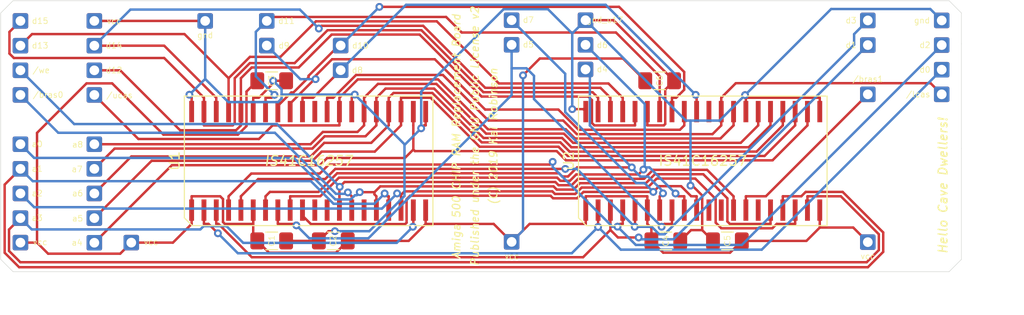
<source format=kicad_pcb>
(kicad_pcb (version 20171130) (host pcbnew "(5.1.2-1)-1")

  (general
    (thickness 1.6)
    (drawings 25)
    (tracks 615)
    (zones 0)
    (modules 46)
    (nets 41)
  )

  (page A4)
  (layers
    (0 F.Cu mixed)
    (31 B.Cu mixed)
    (33 F.Adhes user)
    (35 F.Paste user)
    (37 F.SilkS user)
    (38 B.Mask user)
    (39 F.Mask user)
    (40 Dwgs.User user)
    (41 Cmts.User user)
    (42 Eco1.User user)
    (43 Eco2.User user)
    (44 Edge.Cuts user)
    (45 Margin user)
    (46 B.CrtYd user hide)
    (47 F.CrtYd user hide)
    (49 F.Fab user hide)
  )

  (setup
    (last_trace_width 0.25)
    (trace_clearance 0.2)
    (zone_clearance 0.508)
    (zone_45_only no)
    (trace_min 0.2)
    (via_size 0.8)
    (via_drill 0.4)
    (via_min_size 0.4)
    (via_min_drill 0.3)
    (uvia_size 0.3)
    (uvia_drill 0.1)
    (uvias_allowed no)
    (uvia_min_size 0.2)
    (uvia_min_drill 0.1)
    (edge_width 0.05)
    (segment_width 0.2)
    (pcb_text_width 0.3)
    (pcb_text_size 1.5 1.5)
    (mod_edge_width 0.12)
    (mod_text_size 1 1)
    (mod_text_width 0.15)
    (pad_size 1.524 1.524)
    (pad_drill 0.762)
    (pad_to_mask_clearance 0.051)
    (solder_mask_min_width 0.25)
    (aux_axis_origin 0 0)
    (visible_elements FFFFF77F)
    (pcbplotparams
      (layerselection 0x010e8_ffffffff)
      (usegerberextensions true)
      (usegerberattributes false)
      (usegerberadvancedattributes false)
      (creategerberjobfile false)
      (excludeedgelayer true)
      (linewidth 0.100000)
      (plotframeref false)
      (viasonmask false)
      (mode 1)
      (useauxorigin false)
      (hpglpennumber 1)
      (hpglpenspeed 20)
      (hpglpendiameter 15.000000)
      (psnegative false)
      (psa4output false)
      (plotreference true)
      (plotvalue true)
      (plotinvisibletext false)
      (padsonsilk false)
      (subtractmaskfromsilk false)
      (outputformat 1)
      (mirror false)
      (drillshape 0)
      (scaleselection 1)
      (outputdirectory "gerbers/"))
  )

  (net 0 "")
  (net 1 /d0)
  (net 2 /d1)
  (net 3 /d2)
  (net 4 /d3)
  (net 5 /d4)
  (net 6 /d5)
  (net 7 /d6)
  (net 8 /d7)
  (net 9 /_we)
  (net 10 /_bras0)
  (net 11 /a0)
  (net 12 /a1)
  (net 13 /a2)
  (net 14 /a3)
  (net 15 /gnd)
  (net 16 /a4)
  (net 17 /a5)
  (net 18 /a6)
  (net 19 /a7)
  (net 20 /a8)
  (net 21 /_ucas)
  (net 22 /_lcas)
  (net 23 /d8)
  (net 24 /d9)
  (net 25 /d10)
  (net 26 /d11)
  (net 27 /d12)
  (net 28 /d13)
  (net 29 /d14)
  (net 30 /d15)
  (net 31 /_bras1)
  (net 32 /vcc5)
  (net 33 "Net-(U1-Pad30)")
  (net 34 "Net-(U1-Pad11)")
  (net 35 "Net-(U1-Pad12)")
  (net 36 "Net-(U1-Pad15)")
  (net 37 "Net-(U2-Pad15)")
  (net 38 "Net-(U2-Pad12)")
  (net 39 "Net-(U2-Pad11)")
  (net 40 "Net-(U2-Pad30)")

  (net_class Default "This is the default net class."
    (clearance 0.2)
    (trace_width 0.25)
    (via_dia 0.8)
    (via_drill 0.4)
    (uvia_dia 0.3)
    (uvia_drill 0.1)
    (add_net /_bras0)
    (add_net /_bras1)
    (add_net /_lcas)
    (add_net /_ucas)
    (add_net /_we)
    (add_net /a0)
    (add_net /a1)
    (add_net /a2)
    (add_net /a3)
    (add_net /a4)
    (add_net /a5)
    (add_net /a6)
    (add_net /a7)
    (add_net /a8)
    (add_net /d0)
    (add_net /d1)
    (add_net /d10)
    (add_net /d11)
    (add_net /d12)
    (add_net /d13)
    (add_net /d14)
    (add_net /d15)
    (add_net /d2)
    (add_net /d3)
    (add_net /d4)
    (add_net /d5)
    (add_net /d6)
    (add_net /d7)
    (add_net /d8)
    (add_net /d9)
    (add_net /gnd)
    (add_net /vcc5)
    (add_net "Net-(U1-Pad11)")
    (add_net "Net-(U1-Pad12)")
    (add_net "Net-(U1-Pad15)")
    (add_net "Net-(U1-Pad30)")
    (add_net "Net-(U2-Pad11)")
    (add_net "Net-(U2-Pad12)")
    (add_net "Net-(U2-Pad15)")
    (add_net "Net-(U2-Pad30)")
  )

  (module Connector_PinHeader_2.54mm:PinHeader_1x01_P2.54mm_Vertical (layer F.Cu) (tedit 5CE4981E) (tstamp 5CF3C2CE)
    (at 143.002 97.3328)
    (descr "Through hole straight pin header, 1x01, 2.54mm pitch, single row")
    (tags "Through hole pin header THT 1x01 2.54mm single row")
    (path /5D1EA102)
    (fp_text reference vcc_u19 (at 1.9812 0) (layer F.SilkS) hide
      (effects (font (size 0.6 0.6) (thickness 0.075)))
    )
    (fp_text value Conn_01x01 (at 0 2.33) (layer F.Fab)
      (effects (font (size 1 1) (thickness 0.15)))
    )
    (fp_line (start -0.635 -1.27) (end 1.27 -1.27) (layer F.Fab) (width 0.1))
    (fp_line (start 1.27 -1.27) (end 1.27 1.27) (layer F.Fab) (width 0.1))
    (fp_line (start 1.27 1.27) (end -1.27 1.27) (layer F.Fab) (width 0.1))
    (fp_line (start -1.27 1.27) (end -1.27 -0.635) (layer F.Fab) (width 0.1))
    (fp_line (start -1.27 -0.635) (end -0.635 -1.27) (layer F.Fab) (width 0.1))
    (fp_line (start -1.8 -1.8) (end -1.8 1.8) (layer F.CrtYd) (width 0.05))
    (fp_line (start -1.8 1.8) (end 1.8 1.8) (layer F.CrtYd) (width 0.05))
    (fp_line (start 1.8 1.8) (end 1.8 -1.8) (layer F.CrtYd) (width 0.05))
    (fp_line (start 1.8 -1.8) (end -1.8 -1.8) (layer F.CrtYd) (width 0.05))
    (pad 1 thru_hole roundrect (at 0 0) (size 1.6 1.6) (drill 1) (layers *.Cu *.Mask) (roundrect_rratio 0.125)
      (net 32 /vcc5))
    (model ${KISYS3DMOD}/Connector_PinHeader_2.54mm.3dshapes/PinHeader_1x01_P2.54mm_Vertical.wrl
      (at (xyz 0 0 0))
      (scale (xyz 1 1 1))
      (rotate (xyz 0 0 0))
    )
  )

  (module Capacitor_SMD:C_1206_3216Metric_Pad1.42x1.75mm_HandSolder (layer F.Cu) (tedit 5B301BBE) (tstamp 5CF41A71)
    (at 168.91 97.155)
    (descr "Capacitor SMD 1206 (3216 Metric), square (rectangular) end terminal, IPC_7351 nominal with elongated pad for handsoldering. (Body size source: http://www.tortai-tech.com/upload/download/2011102023233369053.pdf), generated with kicad-footprint-generator")
    (tags "capacitor handsolder")
    (path /5CE07237)
    (attr smd)
    (fp_text reference C1 (at 0 0 90) (layer F.SilkS)
      (effects (font (size 0.6 0.6) (thickness 0.075)))
    )
    (fp_text value 0.1uF (at 0 1.82) (layer F.Fab)
      (effects (font (size 1 1) (thickness 0.15)))
    )
    (fp_line (start -1.6 0.8) (end -1.6 -0.8) (layer F.Fab) (width 0.1))
    (fp_line (start -1.6 -0.8) (end 1.6 -0.8) (layer F.Fab) (width 0.1))
    (fp_line (start 1.6 -0.8) (end 1.6 0.8) (layer F.Fab) (width 0.1))
    (fp_line (start 1.6 0.8) (end -1.6 0.8) (layer F.Fab) (width 0.1))
    (fp_line (start -0.602064 -0.91) (end 0.602064 -0.91) (layer F.SilkS) (width 0.12))
    (fp_line (start -0.602064 0.91) (end 0.602064 0.91) (layer F.SilkS) (width 0.12))
    (fp_line (start -2.45 1.12) (end -2.45 -1.12) (layer F.CrtYd) (width 0.05))
    (fp_line (start -2.45 -1.12) (end 2.45 -1.12) (layer F.CrtYd) (width 0.05))
    (fp_line (start 2.45 -1.12) (end 2.45 1.12) (layer F.CrtYd) (width 0.05))
    (fp_line (start 2.45 1.12) (end -2.45 1.12) (layer F.CrtYd) (width 0.05))
    (fp_text user %R (at 0 0) (layer F.Fab)
      (effects (font (size 0.8 0.8) (thickness 0.12)))
    )
    (pad 1 smd roundrect (at -1.4875 0) (size 1.425 1.75) (layers F.Cu F.Paste F.Mask) (roundrect_rratio 0.175439)
      (net 32 /vcc5))
    (pad 2 smd roundrect (at 1.4875 0) (size 1.425 1.75) (layers F.Cu F.Paste F.Mask) (roundrect_rratio 0.175439)
      (net 15 /gnd))
    (model ${KISYS3DMOD}/Capacitor_SMD.3dshapes/C_1206_3216Metric.wrl
      (at (xyz 0 0 0))
      (scale (xyz 1 1 1))
      (rotate (xyz 0 0 0))
    )
  )

  (module Capacitor_SMD:C_1206_3216Metric_Pad1.42x1.75mm_HandSolder (layer F.Cu) (tedit 5B301BBE) (tstamp 5CD9A534)
    (at 175.26 97.155 180)
    (descr "Capacitor SMD 1206 (3216 Metric), square (rectangular) end terminal, IPC_7351 nominal with elongated pad for handsoldering. (Body size source: http://www.tortai-tech.com/upload/download/2011102023233369053.pdf), generated with kicad-footprint-generator")
    (tags "capacitor handsolder")
    (path /5CE07A7B)
    (attr smd)
    (fp_text reference C2 (at 0 0 90) (layer F.SilkS)
      (effects (font (size 0.6 0.6) (thickness 0.075)))
    )
    (fp_text value 0.1uF (at 0 1.82) (layer F.Fab)
      (effects (font (size 1 1) (thickness 0.15)))
    )
    (fp_text user %R (at 0 0) (layer F.Fab)
      (effects (font (size 0.8 0.8) (thickness 0.12)))
    )
    (fp_line (start 2.45 1.12) (end -2.45 1.12) (layer F.CrtYd) (width 0.05))
    (fp_line (start 2.45 -1.12) (end 2.45 1.12) (layer F.CrtYd) (width 0.05))
    (fp_line (start -2.45 -1.12) (end 2.45 -1.12) (layer F.CrtYd) (width 0.05))
    (fp_line (start -2.45 1.12) (end -2.45 -1.12) (layer F.CrtYd) (width 0.05))
    (fp_line (start -0.602064 0.91) (end 0.602064 0.91) (layer F.SilkS) (width 0.12))
    (fp_line (start -0.602064 -0.91) (end 0.602064 -0.91) (layer F.SilkS) (width 0.12))
    (fp_line (start 1.6 0.8) (end -1.6 0.8) (layer F.Fab) (width 0.1))
    (fp_line (start 1.6 -0.8) (end 1.6 0.8) (layer F.Fab) (width 0.1))
    (fp_line (start -1.6 -0.8) (end 1.6 -0.8) (layer F.Fab) (width 0.1))
    (fp_line (start -1.6 0.8) (end -1.6 -0.8) (layer F.Fab) (width 0.1))
    (pad 2 smd roundrect (at 1.4875 0 180) (size 1.425 1.75) (layers F.Cu F.Paste F.Mask) (roundrect_rratio 0.175439)
      (net 15 /gnd))
    (pad 1 smd roundrect (at -1.4875 0 180) (size 1.425 1.75) (layers F.Cu F.Paste F.Mask) (roundrect_rratio 0.175439)
      (net 32 /vcc5))
    (model ${KISYS3DMOD}/Capacitor_SMD.3dshapes/C_1206_3216Metric.wrl
      (at (xyz 0 0 0))
      (scale (xyz 1 1 1))
      (rotate (xyz 0 0 0))
    )
  )

  (module Capacitor_SMD:C_1206_3216Metric_Pad1.42x1.75mm_HandSolder (layer F.Cu) (tedit 5B301BBE) (tstamp 5CD9A544)
    (at 168.91 80.645)
    (descr "Capacitor SMD 1206 (3216 Metric), square (rectangular) end terminal, IPC_7351 nominal with elongated pad for handsoldering. (Body size source: http://www.tortai-tech.com/upload/download/2011102023233369053.pdf), generated with kicad-footprint-generator")
    (tags "capacitor handsolder")
    (path /5CE30B48)
    (attr smd)
    (fp_text reference C3 (at 0 0 90) (layer F.SilkS)
      (effects (font (size 0.6 0.6) (thickness 0.075)))
    )
    (fp_text value 0.1uF (at 0 1.82) (layer F.Fab)
      (effects (font (size 1 1) (thickness 0.15)))
    )
    (fp_line (start -1.6 0.8) (end -1.6 -0.8) (layer F.Fab) (width 0.1))
    (fp_line (start -1.6 -0.8) (end 1.6 -0.8) (layer F.Fab) (width 0.1))
    (fp_line (start 1.6 -0.8) (end 1.6 0.8) (layer F.Fab) (width 0.1))
    (fp_line (start 1.6 0.8) (end -1.6 0.8) (layer F.Fab) (width 0.1))
    (fp_line (start -0.602064 -0.91) (end 0.602064 -0.91) (layer F.SilkS) (width 0.12))
    (fp_line (start -0.602064 0.91) (end 0.602064 0.91) (layer F.SilkS) (width 0.12))
    (fp_line (start -2.45 1.12) (end -2.45 -1.12) (layer F.CrtYd) (width 0.05))
    (fp_line (start -2.45 -1.12) (end 2.45 -1.12) (layer F.CrtYd) (width 0.05))
    (fp_line (start 2.45 -1.12) (end 2.45 1.12) (layer F.CrtYd) (width 0.05))
    (fp_line (start 2.45 1.12) (end -2.45 1.12) (layer F.CrtYd) (width 0.05))
    (fp_text user %R (at 0 0) (layer F.Fab)
      (effects (font (size 0.8 0.8) (thickness 0.12)))
    )
    (pad 1 smd roundrect (at -1.4875 0) (size 1.425 1.75) (layers F.Cu F.Paste F.Mask) (roundrect_rratio 0.175439)
      (net 32 /vcc5))
    (pad 2 smd roundrect (at 1.4875 0) (size 1.425 1.75) (layers F.Cu F.Paste F.Mask) (roundrect_rratio 0.175439)
      (net 15 /gnd))
    (model ${KISYS3DMOD}/Capacitor_SMD.3dshapes/C_1206_3216Metric.wrl
      (at (xyz 0 0 0))
      (scale (xyz 1 1 1))
      (rotate (xyz 0 0 0))
    )
  )

  (module Capacitor_SMD:C_1206_3216Metric_Pad1.42x1.75mm_HandSolder (layer F.Cu) (tedit 5B301BBE) (tstamp 5CD9A554)
    (at 209.55 97.155)
    (descr "Capacitor SMD 1206 (3216 Metric), square (rectangular) end terminal, IPC_7351 nominal with elongated pad for handsoldering. (Body size source: http://www.tortai-tech.com/upload/download/2011102023233369053.pdf), generated with kicad-footprint-generator")
    (tags "capacitor handsolder")
    (path /5CE5A080)
    (attr smd)
    (fp_text reference C4 (at 0 0 90) (layer F.SilkS)
      (effects (font (size 0.6 0.6) (thickness 0.075)))
    )
    (fp_text value 0.1uF (at 0 1.82) (layer F.Fab)
      (effects (font (size 1 1) (thickness 0.15)))
    )
    (fp_text user %R (at 0 0) (layer F.Fab)
      (effects (font (size 0.8 0.8) (thickness 0.12)))
    )
    (fp_line (start 2.45 1.12) (end -2.45 1.12) (layer F.CrtYd) (width 0.05))
    (fp_line (start 2.45 -1.12) (end 2.45 1.12) (layer F.CrtYd) (width 0.05))
    (fp_line (start -2.45 -1.12) (end 2.45 -1.12) (layer F.CrtYd) (width 0.05))
    (fp_line (start -2.45 1.12) (end -2.45 -1.12) (layer F.CrtYd) (width 0.05))
    (fp_line (start -0.602064 0.91) (end 0.602064 0.91) (layer F.SilkS) (width 0.12))
    (fp_line (start -0.602064 -0.91) (end 0.602064 -0.91) (layer F.SilkS) (width 0.12))
    (fp_line (start 1.6 0.8) (end -1.6 0.8) (layer F.Fab) (width 0.1))
    (fp_line (start 1.6 -0.8) (end 1.6 0.8) (layer F.Fab) (width 0.1))
    (fp_line (start -1.6 -0.8) (end 1.6 -0.8) (layer F.Fab) (width 0.1))
    (fp_line (start -1.6 0.8) (end -1.6 -0.8) (layer F.Fab) (width 0.1))
    (pad 2 smd roundrect (at 1.4875 0) (size 1.425 1.75) (layers F.Cu F.Paste F.Mask) (roundrect_rratio 0.175439)
      (net 15 /gnd))
    (pad 1 smd roundrect (at -1.4875 0) (size 1.425 1.75) (layers F.Cu F.Paste F.Mask) (roundrect_rratio 0.175439)
      (net 32 /vcc5))
    (model ${KISYS3DMOD}/Capacitor_SMD.3dshapes/C_1206_3216Metric.wrl
      (at (xyz 0 0 0))
      (scale (xyz 1 1 1))
      (rotate (xyz 0 0 0))
    )
  )

  (module Connector_PinHeader_2.54mm:PinHeader_1x01_P2.54mm_Vertical (layer F.Cu) (tedit 5CE4981E) (tstamp 5CF3B25E)
    (at 237.998 79.502)
    (descr "Through hole straight pin header, 1x01, 2.54mm pitch, single row")
    (tags "Through hole pin header THT 1x01 2.54mm single row")
    (path /5CE7E24B)
    (fp_text reference d0 (at -1.7272 0) (layer F.SilkS)
      (effects (font (size 0.6 0.6) (thickness 0.075)))
    )
    (fp_text value Conn_01x01 (at 0 2.33) (layer F.Fab)
      (effects (font (size 1 1) (thickness 0.15)))
    )
    (fp_line (start -0.635 -1.27) (end 1.27 -1.27) (layer F.Fab) (width 0.1))
    (fp_line (start 1.27 -1.27) (end 1.27 1.27) (layer F.Fab) (width 0.1))
    (fp_line (start 1.27 1.27) (end -1.27 1.27) (layer F.Fab) (width 0.1))
    (fp_line (start -1.27 1.27) (end -1.27 -0.635) (layer F.Fab) (width 0.1))
    (fp_line (start -1.27 -0.635) (end -0.635 -1.27) (layer F.Fab) (width 0.1))
    (fp_line (start -1.8 -1.8) (end -1.8 1.8) (layer F.CrtYd) (width 0.05))
    (fp_line (start -1.8 1.8) (end 1.8 1.8) (layer F.CrtYd) (width 0.05))
    (fp_line (start 1.8 1.8) (end 1.8 -1.8) (layer F.CrtYd) (width 0.05))
    (fp_line (start 1.8 -1.8) (end -1.8 -1.8) (layer F.CrtYd) (width 0.05))
    (pad 1 thru_hole roundrect (at 0 0) (size 1.6 1.6) (drill 1) (layers *.Cu *.Mask) (roundrect_rratio 0.125)
      (net 1 /d0))
    (model ${KISYS3DMOD}/Connector_PinHeader_2.54mm.3dshapes/PinHeader_1x01_P2.54mm_Vertical.wrl
      (at (xyz 0 0 0))
      (scale (xyz 1 1 1))
      (rotate (xyz 0 0 0))
    )
  )

  (module Connector_PinHeader_2.54mm:PinHeader_1x01_P2.54mm_Vertical (layer F.Cu) (tedit 5CE4981E) (tstamp 5CF3B26C)
    (at 230.378 76.962)
    (descr "Through hole straight pin header, 1x01, 2.54mm pitch, single row")
    (tags "Through hole pin header THT 1x01 2.54mm single row")
    (path /5CE7F5F9)
    (fp_text reference d1 (at -1.7272 0) (layer F.SilkS)
      (effects (font (size 0.6 0.6) (thickness 0.075)))
    )
    (fp_text value Conn_01x01 (at 0 2.33) (layer F.Fab)
      (effects (font (size 1 1) (thickness 0.15)))
    )
    (fp_line (start 1.8 -1.8) (end -1.8 -1.8) (layer F.CrtYd) (width 0.05))
    (fp_line (start 1.8 1.8) (end 1.8 -1.8) (layer F.CrtYd) (width 0.05))
    (fp_line (start -1.8 1.8) (end 1.8 1.8) (layer F.CrtYd) (width 0.05))
    (fp_line (start -1.8 -1.8) (end -1.8 1.8) (layer F.CrtYd) (width 0.05))
    (fp_line (start -1.27 -0.635) (end -0.635 -1.27) (layer F.Fab) (width 0.1))
    (fp_line (start -1.27 1.27) (end -1.27 -0.635) (layer F.Fab) (width 0.1))
    (fp_line (start 1.27 1.27) (end -1.27 1.27) (layer F.Fab) (width 0.1))
    (fp_line (start 1.27 -1.27) (end 1.27 1.27) (layer F.Fab) (width 0.1))
    (fp_line (start -0.635 -1.27) (end 1.27 -1.27) (layer F.Fab) (width 0.1))
    (pad 1 thru_hole roundrect (at 0 0) (size 1.6 1.6) (drill 1) (layers *.Cu *.Mask) (roundrect_rratio 0.125)
      (net 2 /d1))
    (model ${KISYS3DMOD}/Connector_PinHeader_2.54mm.3dshapes/PinHeader_1x01_P2.54mm_Vertical.wrl
      (at (xyz 0 0 0))
      (scale (xyz 1 1 1))
      (rotate (xyz 0 0 0))
    )
  )

  (module Connector_PinHeader_2.54mm:PinHeader_1x01_P2.54mm_Vertical (layer F.Cu) (tedit 5CE4981E) (tstamp 5CF3B27A)
    (at 237.998 76.962)
    (descr "Through hole straight pin header, 1x01, 2.54mm pitch, single row")
    (tags "Through hole pin header THT 1x01 2.54mm single row")
    (path /5CE8D147)
    (fp_text reference d2 (at -1.7272 0) (layer F.SilkS)
      (effects (font (size 0.6 0.6) (thickness 0.075)))
    )
    (fp_text value Conn_01x01 (at 0 2.33) (layer F.Fab)
      (effects (font (size 1 1) (thickness 0.15)))
    )
    (fp_line (start -0.635 -1.27) (end 1.27 -1.27) (layer F.Fab) (width 0.1))
    (fp_line (start 1.27 -1.27) (end 1.27 1.27) (layer F.Fab) (width 0.1))
    (fp_line (start 1.27 1.27) (end -1.27 1.27) (layer F.Fab) (width 0.1))
    (fp_line (start -1.27 1.27) (end -1.27 -0.635) (layer F.Fab) (width 0.1))
    (fp_line (start -1.27 -0.635) (end -0.635 -1.27) (layer F.Fab) (width 0.1))
    (fp_line (start -1.8 -1.8) (end -1.8 1.8) (layer F.CrtYd) (width 0.05))
    (fp_line (start -1.8 1.8) (end 1.8 1.8) (layer F.CrtYd) (width 0.05))
    (fp_line (start 1.8 1.8) (end 1.8 -1.8) (layer F.CrtYd) (width 0.05))
    (fp_line (start 1.8 -1.8) (end -1.8 -1.8) (layer F.CrtYd) (width 0.05))
    (pad 1 thru_hole roundrect (at 0 0) (size 1.6 1.6) (drill 1) (layers *.Cu *.Mask) (roundrect_rratio 0.125)
      (net 3 /d2))
    (model ${KISYS3DMOD}/Connector_PinHeader_2.54mm.3dshapes/PinHeader_1x01_P2.54mm_Vertical.wrl
      (at (xyz 0 0 0))
      (scale (xyz 1 1 1))
      (rotate (xyz 0 0 0))
    )
  )

  (module Connector_PinHeader_2.54mm:PinHeader_1x01_P2.54mm_Vertical (layer F.Cu) (tedit 5CE4981E) (tstamp 5CF3B288)
    (at 230.378 74.422)
    (descr "Through hole straight pin header, 1x01, 2.54mm pitch, single row")
    (tags "Through hole pin header THT 1x01 2.54mm single row")
    (path /5CE9AADC)
    (fp_text reference d3 (at -1.7272 0) (layer F.SilkS)
      (effects (font (size 0.6 0.6) (thickness 0.075)))
    )
    (fp_text value Conn_01x01 (at 0 2.33) (layer F.Fab)
      (effects (font (size 1 1) (thickness 0.15)))
    )
    (fp_line (start 1.8 -1.8) (end -1.8 -1.8) (layer F.CrtYd) (width 0.05))
    (fp_line (start 1.8 1.8) (end 1.8 -1.8) (layer F.CrtYd) (width 0.05))
    (fp_line (start -1.8 1.8) (end 1.8 1.8) (layer F.CrtYd) (width 0.05))
    (fp_line (start -1.8 -1.8) (end -1.8 1.8) (layer F.CrtYd) (width 0.05))
    (fp_line (start -1.27 -0.635) (end -0.635 -1.27) (layer F.Fab) (width 0.1))
    (fp_line (start -1.27 1.27) (end -1.27 -0.635) (layer F.Fab) (width 0.1))
    (fp_line (start 1.27 1.27) (end -1.27 1.27) (layer F.Fab) (width 0.1))
    (fp_line (start 1.27 -1.27) (end 1.27 1.27) (layer F.Fab) (width 0.1))
    (fp_line (start -0.635 -1.27) (end 1.27 -1.27) (layer F.Fab) (width 0.1))
    (pad 1 thru_hole roundrect (at 0 0) (size 1.6 1.6) (drill 1) (layers *.Cu *.Mask) (roundrect_rratio 0.125)
      (net 4 /d3))
    (model ${KISYS3DMOD}/Connector_PinHeader_2.54mm.3dshapes/PinHeader_1x01_P2.54mm_Vertical.wrl
      (at (xyz 0 0 0))
      (scale (xyz 1 1 1))
      (rotate (xyz 0 0 0))
    )
  )

  (module Connector_PinHeader_2.54mm:PinHeader_1x01_P2.54mm_Vertical (layer F.Cu) (tedit 5CE4981E) (tstamp 5CF3B296)
    (at 201.27 79.4766)
    (descr "Through hole straight pin header, 1x01, 2.54mm pitch, single row")
    (tags "Through hole pin header THT 1x01 2.54mm single row")
    (path /5CEA8504)
    (fp_text reference d4 (at 1.7272 -0.0254) (layer F.SilkS)
      (effects (font (size 0.6 0.6) (thickness 0.075)))
    )
    (fp_text value Conn_01x01 (at 0 2.33) (layer F.Fab)
      (effects (font (size 1 1) (thickness 0.15)))
    )
    (fp_line (start -0.635 -1.27) (end 1.27 -1.27) (layer F.Fab) (width 0.1))
    (fp_line (start 1.27 -1.27) (end 1.27 1.27) (layer F.Fab) (width 0.1))
    (fp_line (start 1.27 1.27) (end -1.27 1.27) (layer F.Fab) (width 0.1))
    (fp_line (start -1.27 1.27) (end -1.27 -0.635) (layer F.Fab) (width 0.1))
    (fp_line (start -1.27 -0.635) (end -0.635 -1.27) (layer F.Fab) (width 0.1))
    (fp_line (start -1.8 -1.8) (end -1.8 1.8) (layer F.CrtYd) (width 0.05))
    (fp_line (start -1.8 1.8) (end 1.8 1.8) (layer F.CrtYd) (width 0.05))
    (fp_line (start 1.8 1.8) (end 1.8 -1.8) (layer F.CrtYd) (width 0.05))
    (fp_line (start 1.8 -1.8) (end -1.8 -1.8) (layer F.CrtYd) (width 0.05))
    (pad 1 thru_hole roundrect (at 0 0) (size 1.6 1.6) (drill 1) (layers *.Cu *.Mask) (roundrect_rratio 0.125)
      (net 5 /d4))
    (model ${KISYS3DMOD}/Connector_PinHeader_2.54mm.3dshapes/PinHeader_1x01_P2.54mm_Vertical.wrl
      (at (xyz 0 0 0))
      (scale (xyz 1 1 1))
      (rotate (xyz 0 0 0))
    )
  )

  (module Connector_PinHeader_2.54mm:PinHeader_1x01_P2.54mm_Vertical (layer F.Cu) (tedit 5CE4981E) (tstamp 5CF3B2A4)
    (at 193.65 76.9366)
    (descr "Through hole straight pin header, 1x01, 2.54mm pitch, single row")
    (tags "Through hole pin header THT 1x01 2.54mm single row")
    (path /5CEB5DF1)
    (fp_text reference d5 (at 1.7272 -0.0254) (layer F.SilkS)
      (effects (font (size 0.6 0.6) (thickness 0.075)))
    )
    (fp_text value Conn_01x01 (at 0 2.33) (layer F.Fab)
      (effects (font (size 1 1) (thickness 0.15)))
    )
    (fp_line (start 1.8 -1.8) (end -1.8 -1.8) (layer F.CrtYd) (width 0.05))
    (fp_line (start 1.8 1.8) (end 1.8 -1.8) (layer F.CrtYd) (width 0.05))
    (fp_line (start -1.8 1.8) (end 1.8 1.8) (layer F.CrtYd) (width 0.05))
    (fp_line (start -1.8 -1.8) (end -1.8 1.8) (layer F.CrtYd) (width 0.05))
    (fp_line (start -1.27 -0.635) (end -0.635 -1.27) (layer F.Fab) (width 0.1))
    (fp_line (start -1.27 1.27) (end -1.27 -0.635) (layer F.Fab) (width 0.1))
    (fp_line (start 1.27 1.27) (end -1.27 1.27) (layer F.Fab) (width 0.1))
    (fp_line (start 1.27 -1.27) (end 1.27 1.27) (layer F.Fab) (width 0.1))
    (fp_line (start -0.635 -1.27) (end 1.27 -1.27) (layer F.Fab) (width 0.1))
    (pad 1 thru_hole roundrect (at 0 0) (size 1.6 1.6) (drill 1) (layers *.Cu *.Mask) (roundrect_rratio 0.125)
      (net 6 /d5))
    (model ${KISYS3DMOD}/Connector_PinHeader_2.54mm.3dshapes/PinHeader_1x01_P2.54mm_Vertical.wrl
      (at (xyz 0 0 0))
      (scale (xyz 1 1 1))
      (rotate (xyz 0 0 0))
    )
  )

  (module Connector_PinHeader_2.54mm:PinHeader_1x01_P2.54mm_Vertical (layer F.Cu) (tedit 5CE4981E) (tstamp 5CF3B2B2)
    (at 201.27 76.9366)
    (descr "Through hole straight pin header, 1x01, 2.54mm pitch, single row")
    (tags "Through hole pin header THT 1x01 2.54mm single row")
    (path /5CEC36C9)
    (fp_text reference d6 (at 1.7272 0.0254) (layer F.SilkS)
      (effects (font (size 0.6 0.6) (thickness 0.075)))
    )
    (fp_text value Conn_01x01 (at 0 2.33) (layer F.Fab)
      (effects (font (size 1 1) (thickness 0.15)))
    )
    (fp_line (start -0.635 -1.27) (end 1.27 -1.27) (layer F.Fab) (width 0.1))
    (fp_line (start 1.27 -1.27) (end 1.27 1.27) (layer F.Fab) (width 0.1))
    (fp_line (start 1.27 1.27) (end -1.27 1.27) (layer F.Fab) (width 0.1))
    (fp_line (start -1.27 1.27) (end -1.27 -0.635) (layer F.Fab) (width 0.1))
    (fp_line (start -1.27 -0.635) (end -0.635 -1.27) (layer F.Fab) (width 0.1))
    (fp_line (start -1.8 -1.8) (end -1.8 1.8) (layer F.CrtYd) (width 0.05))
    (fp_line (start -1.8 1.8) (end 1.8 1.8) (layer F.CrtYd) (width 0.05))
    (fp_line (start 1.8 1.8) (end 1.8 -1.8) (layer F.CrtYd) (width 0.05))
    (fp_line (start 1.8 -1.8) (end -1.8 -1.8) (layer F.CrtYd) (width 0.05))
    (pad 1 thru_hole roundrect (at 0 0) (size 1.6 1.6) (drill 1) (layers *.Cu *.Mask) (roundrect_rratio 0.125)
      (net 7 /d6))
    (model ${KISYS3DMOD}/Connector_PinHeader_2.54mm.3dshapes/PinHeader_1x01_P2.54mm_Vertical.wrl
      (at (xyz 0 0 0))
      (scale (xyz 1 1 1))
      (rotate (xyz 0 0 0))
    )
  )

  (module Connector_PinHeader_2.54mm:PinHeader_1x01_P2.54mm_Vertical (layer F.Cu) (tedit 5CE4981E) (tstamp 5CF3B2C0)
    (at 193.65 74.3966)
    (descr "Through hole straight pin header, 1x01, 2.54mm pitch, single row")
    (tags "Through hole pin header THT 1x01 2.54mm single row")
    (path /5CED0FA1)
    (fp_text reference d7 (at 1.7272 -0.0254) (layer F.SilkS)
      (effects (font (size 0.6 0.6) (thickness 0.075)))
    )
    (fp_text value Conn_01x01 (at 0 2.33) (layer F.Fab)
      (effects (font (size 1 1) (thickness 0.15)))
    )
    (fp_line (start 1.8 -1.8) (end -1.8 -1.8) (layer F.CrtYd) (width 0.05))
    (fp_line (start 1.8 1.8) (end 1.8 -1.8) (layer F.CrtYd) (width 0.05))
    (fp_line (start -1.8 1.8) (end 1.8 1.8) (layer F.CrtYd) (width 0.05))
    (fp_line (start -1.8 -1.8) (end -1.8 1.8) (layer F.CrtYd) (width 0.05))
    (fp_line (start -1.27 -0.635) (end -0.635 -1.27) (layer F.Fab) (width 0.1))
    (fp_line (start -1.27 1.27) (end -1.27 -0.635) (layer F.Fab) (width 0.1))
    (fp_line (start 1.27 1.27) (end -1.27 1.27) (layer F.Fab) (width 0.1))
    (fp_line (start 1.27 -1.27) (end 1.27 1.27) (layer F.Fab) (width 0.1))
    (fp_line (start -0.635 -1.27) (end 1.27 -1.27) (layer F.Fab) (width 0.1))
    (pad 1 thru_hole roundrect (at 0 0) (size 1.6 1.6) (drill 1) (layers *.Cu *.Mask) (roundrect_rratio 0.125)
      (net 8 /d7))
    (model ${KISYS3DMOD}/Connector_PinHeader_2.54mm.3dshapes/PinHeader_1x01_P2.54mm_Vertical.wrl
      (at (xyz 0 0 0))
      (scale (xyz 1 1 1))
      (rotate (xyz 0 0 0))
    )
  )

  (module Connector_PinHeader_2.54mm:PinHeader_1x01_P2.54mm_Vertical (layer F.Cu) (tedit 5CE4981E) (tstamp 5CF3B2CE)
    (at 176.022 79.5528)
    (descr "Through hole straight pin header, 1x01, 2.54mm pitch, single row")
    (tags "Through hole pin header THT 1x01 2.54mm single row")
    (path /5CEDE7BC)
    (fp_text reference d8 (at 1.7272 0) (layer F.SilkS)
      (effects (font (size 0.6 0.6) (thickness 0.075)))
    )
    (fp_text value Conn_01x01 (at 0 2.33) (layer F.Fab)
      (effects (font (size 1 1) (thickness 0.15)))
    )
    (fp_line (start -0.635 -1.27) (end 1.27 -1.27) (layer F.Fab) (width 0.1))
    (fp_line (start 1.27 -1.27) (end 1.27 1.27) (layer F.Fab) (width 0.1))
    (fp_line (start 1.27 1.27) (end -1.27 1.27) (layer F.Fab) (width 0.1))
    (fp_line (start -1.27 1.27) (end -1.27 -0.635) (layer F.Fab) (width 0.1))
    (fp_line (start -1.27 -0.635) (end -0.635 -1.27) (layer F.Fab) (width 0.1))
    (fp_line (start -1.8 -1.8) (end -1.8 1.8) (layer F.CrtYd) (width 0.05))
    (fp_line (start -1.8 1.8) (end 1.8 1.8) (layer F.CrtYd) (width 0.05))
    (fp_line (start 1.8 1.8) (end 1.8 -1.8) (layer F.CrtYd) (width 0.05))
    (fp_line (start 1.8 -1.8) (end -1.8 -1.8) (layer F.CrtYd) (width 0.05))
    (pad 1 thru_hole roundrect (at 0 0) (size 1.6 1.6) (drill 1) (layers *.Cu *.Mask) (roundrect_rratio 0.125)
      (net 23 /d8))
    (model ${KISYS3DMOD}/Connector_PinHeader_2.54mm.3dshapes/PinHeader_1x01_P2.54mm_Vertical.wrl
      (at (xyz 0 0 0))
      (scale (xyz 1 1 1))
      (rotate (xyz 0 0 0))
    )
  )

  (module Connector_PinHeader_2.54mm:PinHeader_1x01_P2.54mm_Vertical (layer F.Cu) (tedit 5CE4981E) (tstamp 5CF3B2DC)
    (at 168.402 77.0128)
    (descr "Through hole straight pin header, 1x01, 2.54mm pitch, single row")
    (tags "Through hole pin header THT 1x01 2.54mm single row")
    (path /5CEEC0D3)
    (fp_text reference d9 (at 1.778 0) (layer F.SilkS)
      (effects (font (size 0.6 0.6) (thickness 0.075)))
    )
    (fp_text value Conn_01x01 (at 0 2.33) (layer F.Fab)
      (effects (font (size 1 1) (thickness 0.15)))
    )
    (fp_line (start 1.8 -1.8) (end -1.8 -1.8) (layer F.CrtYd) (width 0.05))
    (fp_line (start 1.8 1.8) (end 1.8 -1.8) (layer F.CrtYd) (width 0.05))
    (fp_line (start -1.8 1.8) (end 1.8 1.8) (layer F.CrtYd) (width 0.05))
    (fp_line (start -1.8 -1.8) (end -1.8 1.8) (layer F.CrtYd) (width 0.05))
    (fp_line (start -1.27 -0.635) (end -0.635 -1.27) (layer F.Fab) (width 0.1))
    (fp_line (start -1.27 1.27) (end -1.27 -0.635) (layer F.Fab) (width 0.1))
    (fp_line (start 1.27 1.27) (end -1.27 1.27) (layer F.Fab) (width 0.1))
    (fp_line (start 1.27 -1.27) (end 1.27 1.27) (layer F.Fab) (width 0.1))
    (fp_line (start -0.635 -1.27) (end 1.27 -1.27) (layer F.Fab) (width 0.1))
    (pad 1 thru_hole roundrect (at 0 0) (size 1.6 1.6) (drill 1) (layers *.Cu *.Mask) (roundrect_rratio 0.125)
      (net 24 /d9))
    (model ${KISYS3DMOD}/Connector_PinHeader_2.54mm.3dshapes/PinHeader_1x01_P2.54mm_Vertical.wrl
      (at (xyz 0 0 0))
      (scale (xyz 1 1 1))
      (rotate (xyz 0 0 0))
    )
  )

  (module Connector_PinHeader_2.54mm:PinHeader_1x01_P2.54mm_Vertical (layer F.Cu) (tedit 5CE4981E) (tstamp 5CF3B2EA)
    (at 176.022 77.0128)
    (descr "Through hole straight pin header, 1x01, 2.54mm pitch, single row")
    (tags "Through hole pin header THT 1x01 2.54mm single row")
    (path /5CEF9B8E)
    (fp_text reference d10 (at 2.032 0) (layer F.SilkS)
      (effects (font (size 0.6 0.6) (thickness 0.075)))
    )
    (fp_text value Conn_01x01 (at 0 2.33) (layer F.Fab)
      (effects (font (size 1 1) (thickness 0.15)))
    )
    (fp_line (start -0.635 -1.27) (end 1.27 -1.27) (layer F.Fab) (width 0.1))
    (fp_line (start 1.27 -1.27) (end 1.27 1.27) (layer F.Fab) (width 0.1))
    (fp_line (start 1.27 1.27) (end -1.27 1.27) (layer F.Fab) (width 0.1))
    (fp_line (start -1.27 1.27) (end -1.27 -0.635) (layer F.Fab) (width 0.1))
    (fp_line (start -1.27 -0.635) (end -0.635 -1.27) (layer F.Fab) (width 0.1))
    (fp_line (start -1.8 -1.8) (end -1.8 1.8) (layer F.CrtYd) (width 0.05))
    (fp_line (start -1.8 1.8) (end 1.8 1.8) (layer F.CrtYd) (width 0.05))
    (fp_line (start 1.8 1.8) (end 1.8 -1.8) (layer F.CrtYd) (width 0.05))
    (fp_line (start 1.8 -1.8) (end -1.8 -1.8) (layer F.CrtYd) (width 0.05))
    (pad 1 thru_hole roundrect (at 0 0) (size 1.6 1.6) (drill 1) (layers *.Cu *.Mask) (roundrect_rratio 0.125)
      (net 25 /d10))
    (model ${KISYS3DMOD}/Connector_PinHeader_2.54mm.3dshapes/PinHeader_1x01_P2.54mm_Vertical.wrl
      (at (xyz 0 0 0))
      (scale (xyz 1 1 1))
      (rotate (xyz 0 0 0))
    )
  )

  (module Connector_PinHeader_2.54mm:PinHeader_1x01_P2.54mm_Vertical (layer F.Cu) (tedit 5CE4981E) (tstamp 5CF3B2F8)
    (at 168.402 74.473)
    (descr "Through hole straight pin header, 1x01, 2.54mm pitch, single row")
    (tags "Through hole pin header THT 1x01 2.54mm single row")
    (path /5CF075E0)
    (fp_text reference d11 (at 2.032 -0.0002) (layer F.SilkS)
      (effects (font (size 0.6 0.6) (thickness 0.075)))
    )
    (fp_text value Conn_01x01 (at 0 2.33) (layer F.Fab)
      (effects (font (size 1 1) (thickness 0.15)))
    )
    (fp_line (start 1.8 -1.8) (end -1.8 -1.8) (layer F.CrtYd) (width 0.05))
    (fp_line (start 1.8 1.8) (end 1.8 -1.8) (layer F.CrtYd) (width 0.05))
    (fp_line (start -1.8 1.8) (end 1.8 1.8) (layer F.CrtYd) (width 0.05))
    (fp_line (start -1.8 -1.8) (end -1.8 1.8) (layer F.CrtYd) (width 0.05))
    (fp_line (start -1.27 -0.635) (end -0.635 -1.27) (layer F.Fab) (width 0.1))
    (fp_line (start -1.27 1.27) (end -1.27 -0.635) (layer F.Fab) (width 0.1))
    (fp_line (start 1.27 1.27) (end -1.27 1.27) (layer F.Fab) (width 0.1))
    (fp_line (start 1.27 -1.27) (end 1.27 1.27) (layer F.Fab) (width 0.1))
    (fp_line (start -0.635 -1.27) (end 1.27 -1.27) (layer F.Fab) (width 0.1))
    (pad 1 thru_hole roundrect (at 0 0) (size 1.6 1.6) (drill 1) (layers *.Cu *.Mask) (roundrect_rratio 0.125)
      (net 26 /d11))
    (model ${KISYS3DMOD}/Connector_PinHeader_2.54mm.3dshapes/PinHeader_1x01_P2.54mm_Vertical.wrl
      (at (xyz 0 0 0))
      (scale (xyz 1 1 1))
      (rotate (xyz 0 0 0))
    )
  )

  (module Connector_PinHeader_2.54mm:PinHeader_1x01_P2.54mm_Vertical (layer F.Cu) (tedit 5CE4981E) (tstamp 5CF3B306)
    (at 150.622 79.5655)
    (descr "Through hole straight pin header, 1x01, 2.54mm pitch, single row")
    (tags "Through hole pin header THT 1x01 2.54mm single row")
    (path /5CF1512E)
    (fp_text reference d12 (at 2.032 -0.0127) (layer F.SilkS)
      (effects (font (size 0.6 0.6) (thickness 0.075)))
    )
    (fp_text value Conn_01x01 (at 0 2.33) (layer F.Fab)
      (effects (font (size 1 1) (thickness 0.15)))
    )
    (fp_line (start -0.635 -1.27) (end 1.27 -1.27) (layer F.Fab) (width 0.1))
    (fp_line (start 1.27 -1.27) (end 1.27 1.27) (layer F.Fab) (width 0.1))
    (fp_line (start 1.27 1.27) (end -1.27 1.27) (layer F.Fab) (width 0.1))
    (fp_line (start -1.27 1.27) (end -1.27 -0.635) (layer F.Fab) (width 0.1))
    (fp_line (start -1.27 -0.635) (end -0.635 -1.27) (layer F.Fab) (width 0.1))
    (fp_line (start -1.8 -1.8) (end -1.8 1.8) (layer F.CrtYd) (width 0.05))
    (fp_line (start -1.8 1.8) (end 1.8 1.8) (layer F.CrtYd) (width 0.05))
    (fp_line (start 1.8 1.8) (end 1.8 -1.8) (layer F.CrtYd) (width 0.05))
    (fp_line (start 1.8 -1.8) (end -1.8 -1.8) (layer F.CrtYd) (width 0.05))
    (pad 1 thru_hole roundrect (at 0 0) (size 1.6 1.6) (drill 1) (layers *.Cu *.Mask) (roundrect_rratio 0.125)
      (net 27 /d12))
    (model ${KISYS3DMOD}/Connector_PinHeader_2.54mm.3dshapes/PinHeader_1x01_P2.54mm_Vertical.wrl
      (at (xyz 0 0 0))
      (scale (xyz 1 1 1))
      (rotate (xyz 0 0 0))
    )
  )

  (module Connector_PinHeader_2.54mm:PinHeader_1x01_P2.54mm_Vertical (layer F.Cu) (tedit 5CE4981E) (tstamp 5CF3BBD5)
    (at 143.002 77.0255)
    (descr "Through hole straight pin header, 1x01, 2.54mm pitch, single row")
    (tags "Through hole pin header THT 1x01 2.54mm single row")
    (path /5CF22A45)
    (fp_text reference d13 (at 2.032 -0.0127) (layer F.SilkS)
      (effects (font (size 0.6 0.6) (thickness 0.075)))
    )
    (fp_text value Conn_01x01 (at 0 2.33) (layer F.Fab)
      (effects (font (size 1 1) (thickness 0.15)))
    )
    (fp_line (start 1.8 -1.8) (end -1.8 -1.8) (layer F.CrtYd) (width 0.05))
    (fp_line (start 1.8 1.8) (end 1.8 -1.8) (layer F.CrtYd) (width 0.05))
    (fp_line (start -1.8 1.8) (end 1.8 1.8) (layer F.CrtYd) (width 0.05))
    (fp_line (start -1.8 -1.8) (end -1.8 1.8) (layer F.CrtYd) (width 0.05))
    (fp_line (start -1.27 -0.635) (end -0.635 -1.27) (layer F.Fab) (width 0.1))
    (fp_line (start -1.27 1.27) (end -1.27 -0.635) (layer F.Fab) (width 0.1))
    (fp_line (start 1.27 1.27) (end -1.27 1.27) (layer F.Fab) (width 0.1))
    (fp_line (start 1.27 -1.27) (end 1.27 1.27) (layer F.Fab) (width 0.1))
    (fp_line (start -0.635 -1.27) (end 1.27 -1.27) (layer F.Fab) (width 0.1))
    (pad 1 thru_hole roundrect (at 0 0) (size 1.6 1.6) (drill 1) (layers *.Cu *.Mask) (roundrect_rratio 0.125)
      (net 28 /d13))
    (model ${KISYS3DMOD}/Connector_PinHeader_2.54mm.3dshapes/PinHeader_1x01_P2.54mm_Vertical.wrl
      (at (xyz 0 0 0))
      (scale (xyz 1 1 1))
      (rotate (xyz 0 0 0))
    )
  )

  (module Connector_PinHeader_2.54mm:PinHeader_1x01_P2.54mm_Vertical (layer F.Cu) (tedit 5CE4981E) (tstamp 5CF3B322)
    (at 150.622 77.0255)
    (descr "Through hole straight pin header, 1x01, 2.54mm pitch, single row")
    (tags "Through hole pin header THT 1x01 2.54mm single row")
    (path /5CF302DE)
    (fp_text reference d14 (at 2.032 -0.0127) (layer F.SilkS)
      (effects (font (size 0.6 0.6) (thickness 0.075)))
    )
    (fp_text value Conn_01x01 (at 0 2.33) (layer F.Fab)
      (effects (font (size 1 1) (thickness 0.15)))
    )
    (fp_line (start -0.635 -1.27) (end 1.27 -1.27) (layer F.Fab) (width 0.1))
    (fp_line (start 1.27 -1.27) (end 1.27 1.27) (layer F.Fab) (width 0.1))
    (fp_line (start 1.27 1.27) (end -1.27 1.27) (layer F.Fab) (width 0.1))
    (fp_line (start -1.27 1.27) (end -1.27 -0.635) (layer F.Fab) (width 0.1))
    (fp_line (start -1.27 -0.635) (end -0.635 -1.27) (layer F.Fab) (width 0.1))
    (fp_line (start -1.8 -1.8) (end -1.8 1.8) (layer F.CrtYd) (width 0.05))
    (fp_line (start -1.8 1.8) (end 1.8 1.8) (layer F.CrtYd) (width 0.05))
    (fp_line (start 1.8 1.8) (end 1.8 -1.8) (layer F.CrtYd) (width 0.05))
    (fp_line (start 1.8 -1.8) (end -1.8 -1.8) (layer F.CrtYd) (width 0.05))
    (pad 1 thru_hole roundrect (at 0 0) (size 1.6 1.6) (drill 1) (layers *.Cu *.Mask) (roundrect_rratio 0.125)
      (net 29 /d14))
    (model ${KISYS3DMOD}/Connector_PinHeader_2.54mm.3dshapes/PinHeader_1x01_P2.54mm_Vertical.wrl
      (at (xyz 0 0 0))
      (scale (xyz 1 1 1))
      (rotate (xyz 0 0 0))
    )
  )

  (module Connector_PinHeader_2.54mm:PinHeader_1x01_P2.54mm_Vertical (layer F.Cu) (tedit 5CE4981E) (tstamp 5CF3B330)
    (at 143.002 74.473)
    (descr "Through hole straight pin header, 1x01, 2.54mm pitch, single row")
    (tags "Through hole pin header THT 1x01 2.54mm single row")
    (path /5CF3DB0E)
    (fp_text reference d15 (at 2.032 -0.0002) (layer F.SilkS)
      (effects (font (size 0.6 0.6) (thickness 0.075)))
    )
    (fp_text value Conn_01x01 (at 0 2.33) (layer F.Fab)
      (effects (font (size 1 1) (thickness 0.15)))
    )
    (fp_line (start 1.8 -1.8) (end -1.8 -1.8) (layer F.CrtYd) (width 0.05))
    (fp_line (start 1.8 1.8) (end 1.8 -1.8) (layer F.CrtYd) (width 0.05))
    (fp_line (start -1.8 1.8) (end 1.8 1.8) (layer F.CrtYd) (width 0.05))
    (fp_line (start -1.8 -1.8) (end -1.8 1.8) (layer F.CrtYd) (width 0.05))
    (fp_line (start -1.27 -0.635) (end -0.635 -1.27) (layer F.Fab) (width 0.1))
    (fp_line (start -1.27 1.27) (end -1.27 -0.635) (layer F.Fab) (width 0.1))
    (fp_line (start 1.27 1.27) (end -1.27 1.27) (layer F.Fab) (width 0.1))
    (fp_line (start 1.27 -1.27) (end 1.27 1.27) (layer F.Fab) (width 0.1))
    (fp_line (start -0.635 -1.27) (end 1.27 -1.27) (layer F.Fab) (width 0.1))
    (pad 1 thru_hole roundrect (at 0 0) (size 1.6 1.6) (drill 1) (layers *.Cu *.Mask) (roundrect_rratio 0.125)
      (net 30 /d15))
    (model ${KISYS3DMOD}/Connector_PinHeader_2.54mm.3dshapes/PinHeader_1x01_P2.54mm_Vertical.wrl
      (at (xyz 0 0 0))
      (scale (xyz 1 1 1))
      (rotate (xyz 0 0 0))
    )
  )

  (module Connector_PinHeader_2.54mm:PinHeader_1x01_P2.54mm_Vertical (layer F.Cu) (tedit 5CE4981E) (tstamp 5CF3B33E)
    (at 143.002 82.1055)
    (descr "Through hole straight pin header, 1x01, 2.54mm pitch, single row")
    (tags "Through hole pin header THT 1x01 2.54mm single row")
    (path /5CF4B410)
    (fp_text reference /bras0 (at 2.8448 -0.0127) (layer F.SilkS)
      (effects (font (size 0.6 0.6) (thickness 0.075)))
    )
    (fp_text value Conn_01x01 (at 0 2.33) (layer F.Fab)
      (effects (font (size 1 1) (thickness 0.15)))
    )
    (fp_line (start 1.8 -1.8) (end -1.8 -1.8) (layer F.CrtYd) (width 0.05))
    (fp_line (start 1.8 1.8) (end 1.8 -1.8) (layer F.CrtYd) (width 0.05))
    (fp_line (start -1.8 1.8) (end 1.8 1.8) (layer F.CrtYd) (width 0.05))
    (fp_line (start -1.8 -1.8) (end -1.8 1.8) (layer F.CrtYd) (width 0.05))
    (fp_line (start -1.27 -0.635) (end -0.635 -1.27) (layer F.Fab) (width 0.1))
    (fp_line (start -1.27 1.27) (end -1.27 -0.635) (layer F.Fab) (width 0.1))
    (fp_line (start 1.27 1.27) (end -1.27 1.27) (layer F.Fab) (width 0.1))
    (fp_line (start 1.27 -1.27) (end 1.27 1.27) (layer F.Fab) (width 0.1))
    (fp_line (start -0.635 -1.27) (end 1.27 -1.27) (layer F.Fab) (width 0.1))
    (pad 1 thru_hole roundrect (at 0 0) (size 1.6 1.6) (drill 1) (layers *.Cu *.Mask) (roundrect_rratio 0.125)
      (net 10 /_bras0))
    (model ${KISYS3DMOD}/Connector_PinHeader_2.54mm.3dshapes/PinHeader_1x01_P2.54mm_Vertical.wrl
      (at (xyz 0 0 0))
      (scale (xyz 1 1 1))
      (rotate (xyz 0 0 0))
    )
  )

  (module Connector_PinHeader_2.54mm:PinHeader_1x01_P2.54mm_Vertical (layer F.Cu) (tedit 5CE4981E) (tstamp 5CF3B34C)
    (at 230.378 82.042)
    (descr "Through hole straight pin header, 1x01, 2.54mm pitch, single row")
    (tags "Through hole pin header THT 1x01 2.54mm single row")
    (path /5CF58F9D)
    (fp_text reference /bras1 (at 0 -1.5748) (layer F.SilkS)
      (effects (font (size 0.6 0.6) (thickness 0.075)))
    )
    (fp_text value Conn_01x01 (at 0 2.33) (layer F.Fab)
      (effects (font (size 1 1) (thickness 0.15)))
    )
    (fp_line (start 1.8 -1.8) (end -1.8 -1.8) (layer F.CrtYd) (width 0.05))
    (fp_line (start 1.8 1.8) (end 1.8 -1.8) (layer F.CrtYd) (width 0.05))
    (fp_line (start -1.8 1.8) (end 1.8 1.8) (layer F.CrtYd) (width 0.05))
    (fp_line (start -1.8 -1.8) (end -1.8 1.8) (layer F.CrtYd) (width 0.05))
    (fp_line (start -1.27 -0.635) (end -0.635 -1.27) (layer F.Fab) (width 0.1))
    (fp_line (start -1.27 1.27) (end -1.27 -0.635) (layer F.Fab) (width 0.1))
    (fp_line (start 1.27 1.27) (end -1.27 1.27) (layer F.Fab) (width 0.1))
    (fp_line (start 1.27 -1.27) (end 1.27 1.27) (layer F.Fab) (width 0.1))
    (fp_line (start -0.635 -1.27) (end 1.27 -1.27) (layer F.Fab) (width 0.1))
    (pad 1 thru_hole roundrect (at 0 0) (size 1.6 1.6) (drill 1) (layers *.Cu *.Mask) (roundrect_rratio 0.125)
      (net 31 /_bras1))
    (model ${KISYS3DMOD}/Connector_PinHeader_2.54mm.3dshapes/PinHeader_1x01_P2.54mm_Vertical.wrl
      (at (xyz 0 0 0))
      (scale (xyz 1 1 1))
      (rotate (xyz 0 0 0))
    )
  )

  (module Connector_PinHeader_2.54mm:PinHeader_1x01_P2.54mm_Vertical (layer F.Cu) (tedit 5CE4981E) (tstamp 5CF3B35A)
    (at 154.432 97.3328)
    (descr "Through hole straight pin header, 1x01, 2.54mm pitch, single row")
    (tags "Through hole pin header THT 1x01 2.54mm single row")
    (path /5CF669DA)
    (fp_text reference vcc_u23 (at 0 1.4224) (layer F.SilkS) hide
      (effects (font (size 0.6 0.6) (thickness 0.075)))
    )
    (fp_text value Conn_01x01 (at 0 2.33) (layer F.Fab)
      (effects (font (size 1 1) (thickness 0.15)))
    )
    (fp_line (start -0.635 -1.27) (end 1.27 -1.27) (layer F.Fab) (width 0.1))
    (fp_line (start 1.27 -1.27) (end 1.27 1.27) (layer F.Fab) (width 0.1))
    (fp_line (start 1.27 1.27) (end -1.27 1.27) (layer F.Fab) (width 0.1))
    (fp_line (start -1.27 1.27) (end -1.27 -0.635) (layer F.Fab) (width 0.1))
    (fp_line (start -1.27 -0.635) (end -0.635 -1.27) (layer F.Fab) (width 0.1))
    (fp_line (start -1.8 -1.8) (end -1.8 1.8) (layer F.CrtYd) (width 0.05))
    (fp_line (start -1.8 1.8) (end 1.8 1.8) (layer F.CrtYd) (width 0.05))
    (fp_line (start 1.8 1.8) (end 1.8 -1.8) (layer F.CrtYd) (width 0.05))
    (fp_line (start 1.8 -1.8) (end -1.8 -1.8) (layer F.CrtYd) (width 0.05))
    (pad 1 thru_hole roundrect (at 0 0) (size 1.6 1.6) (drill 1) (layers *.Cu *.Mask) (roundrect_rratio 0.125)
      (net 32 /vcc5))
    (model ${KISYS3DMOD}/Connector_PinHeader_2.54mm.3dshapes/PinHeader_1x01_P2.54mm_Vertical.wrl
      (at (xyz 0 0 0))
      (scale (xyz 1 1 1))
      (rotate (xyz 0 0 0))
    )
  )

  (module Connector_PinHeader_2.54mm:PinHeader_1x01_P2.54mm_Vertical (layer F.Cu) (tedit 5CE4981E) (tstamp 5CF3B368)
    (at 162.052 74.4728)
    (descr "Through hole straight pin header, 1x01, 2.54mm pitch, single row")
    (tags "Through hole pin header THT 1x01 2.54mm single row")
    (path /5CF743D8)
    (fp_text reference gnd_u23 (at 0 1.6256) (layer F.SilkS) hide
      (effects (font (size 0.6 0.6) (thickness 0.075)))
    )
    (fp_text value Conn_01x01 (at 0 2.33) (layer F.Fab)
      (effects (font (size 1 1) (thickness 0.15)))
    )
    (fp_line (start 1.8 -1.8) (end -1.8 -1.8) (layer F.CrtYd) (width 0.05))
    (fp_line (start 1.8 1.8) (end 1.8 -1.8) (layer F.CrtYd) (width 0.05))
    (fp_line (start -1.8 1.8) (end 1.8 1.8) (layer F.CrtYd) (width 0.05))
    (fp_line (start -1.8 -1.8) (end -1.8 1.8) (layer F.CrtYd) (width 0.05))
    (fp_line (start -1.27 -0.635) (end -0.635 -1.27) (layer F.Fab) (width 0.1))
    (fp_line (start -1.27 1.27) (end -1.27 -0.635) (layer F.Fab) (width 0.1))
    (fp_line (start 1.27 1.27) (end -1.27 1.27) (layer F.Fab) (width 0.1))
    (fp_line (start 1.27 -1.27) (end 1.27 1.27) (layer F.Fab) (width 0.1))
    (fp_line (start -0.635 -1.27) (end 1.27 -1.27) (layer F.Fab) (width 0.1))
    (pad 1 thru_hole roundrect (at 0 0) (size 1.6 1.6) (drill 1) (layers *.Cu *.Mask) (roundrect_rratio 0.125)
      (net 15 /gnd))
    (model ${KISYS3DMOD}/Connector_PinHeader_2.54mm.3dshapes/PinHeader_1x01_P2.54mm_Vertical.wrl
      (at (xyz 0 0 0))
      (scale (xyz 1 1 1))
      (rotate (xyz 0 0 0))
    )
  )

  (module Connector_PinHeader_2.54mm:PinHeader_1x01_P2.54mm_Vertical (layer F.Cu) (tedit 5CE4981E) (tstamp 5CF3B376)
    (at 150.622 82.1055)
    (descr "Through hole straight pin header, 1x01, 2.54mm pitch, single row")
    (tags "Through hole pin header THT 1x01 2.54mm single row")
    (path /5CF8919E)
    (fp_text reference /ucas (at 2.5908 0.0381) (layer F.SilkS)
      (effects (font (size 0.6 0.6) (thickness 0.075)))
    )
    (fp_text value Conn_01x01 (at 0 2.33) (layer F.Fab)
      (effects (font (size 1 1) (thickness 0.15)))
    )
    (fp_line (start -0.635 -1.27) (end 1.27 -1.27) (layer F.Fab) (width 0.1))
    (fp_line (start 1.27 -1.27) (end 1.27 1.27) (layer F.Fab) (width 0.1))
    (fp_line (start 1.27 1.27) (end -1.27 1.27) (layer F.Fab) (width 0.1))
    (fp_line (start -1.27 1.27) (end -1.27 -0.635) (layer F.Fab) (width 0.1))
    (fp_line (start -1.27 -0.635) (end -0.635 -1.27) (layer F.Fab) (width 0.1))
    (fp_line (start -1.8 -1.8) (end -1.8 1.8) (layer F.CrtYd) (width 0.05))
    (fp_line (start -1.8 1.8) (end 1.8 1.8) (layer F.CrtYd) (width 0.05))
    (fp_line (start 1.8 1.8) (end 1.8 -1.8) (layer F.CrtYd) (width 0.05))
    (fp_line (start 1.8 -1.8) (end -1.8 -1.8) (layer F.CrtYd) (width 0.05))
    (pad 1 thru_hole roundrect (at 0 0) (size 1.6 1.6) (drill 1) (layers *.Cu *.Mask) (roundrect_rratio 0.125)
      (net 21 /_ucas))
    (model ${KISYS3DMOD}/Connector_PinHeader_2.54mm.3dshapes/PinHeader_1x01_P2.54mm_Vertical.wrl
      (at (xyz 0 0 0))
      (scale (xyz 1 1 1))
      (rotate (xyz 0 0 0))
    )
  )

  (module Connector_PinHeader_2.54mm:PinHeader_1x01_P2.54mm_Vertical (layer F.Cu) (tedit 5CE4981E) (tstamp 5CF3B384)
    (at 237.998 82.042)
    (descr "Through hole straight pin header, 1x01, 2.54mm pitch, single row")
    (tags "Through hole pin header THT 1x01 2.54mm single row")
    (path /5CF96AF4)
    (fp_text reference /lcas (at -2.4384 0) (layer F.SilkS)
      (effects (font (size 0.6 0.6) (thickness 0.075)))
    )
    (fp_text value Conn_01x01 (at 0 2.33) (layer F.Fab)
      (effects (font (size 1 1) (thickness 0.15)))
    )
    (fp_line (start 1.8 -1.8) (end -1.8 -1.8) (layer F.CrtYd) (width 0.05))
    (fp_line (start 1.8 1.8) (end 1.8 -1.8) (layer F.CrtYd) (width 0.05))
    (fp_line (start -1.8 1.8) (end 1.8 1.8) (layer F.CrtYd) (width 0.05))
    (fp_line (start -1.8 -1.8) (end -1.8 1.8) (layer F.CrtYd) (width 0.05))
    (fp_line (start -1.27 -0.635) (end -0.635 -1.27) (layer F.Fab) (width 0.1))
    (fp_line (start -1.27 1.27) (end -1.27 -0.635) (layer F.Fab) (width 0.1))
    (fp_line (start 1.27 1.27) (end -1.27 1.27) (layer F.Fab) (width 0.1))
    (fp_line (start 1.27 -1.27) (end 1.27 1.27) (layer F.Fab) (width 0.1))
    (fp_line (start -0.635 -1.27) (end 1.27 -1.27) (layer F.Fab) (width 0.1))
    (pad 1 thru_hole roundrect (at 0 0) (size 1.6 1.6) (drill 1) (layers *.Cu *.Mask) (roundrect_rratio 0.125)
      (net 22 /_lcas))
    (model ${KISYS3DMOD}/Connector_PinHeader_2.54mm.3dshapes/PinHeader_1x01_P2.54mm_Vertical.wrl
      (at (xyz 0 0 0))
      (scale (xyz 1 1 1))
      (rotate (xyz 0 0 0))
    )
  )

  (module Connector_PinHeader_2.54mm:PinHeader_1x01_P2.54mm_Vertical (layer F.Cu) (tedit 5CE4981E) (tstamp 5CF3B392)
    (at 143.002 79.5655)
    (descr "Through hole straight pin header, 1x01, 2.54mm pitch, single row")
    (tags "Through hole pin header THT 1x01 2.54mm single row")
    (path /5CFA449E)
    (fp_text reference /we (at 2.1336 -0.0127) (layer F.SilkS)
      (effects (font (size 0.6 0.6) (thickness 0.075)))
    )
    (fp_text value Conn_01x01 (at 0 2.33) (layer F.Fab)
      (effects (font (size 1 1) (thickness 0.15)))
    )
    (fp_line (start -0.635 -1.27) (end 1.27 -1.27) (layer F.Fab) (width 0.1))
    (fp_line (start 1.27 -1.27) (end 1.27 1.27) (layer F.Fab) (width 0.1))
    (fp_line (start 1.27 1.27) (end -1.27 1.27) (layer F.Fab) (width 0.1))
    (fp_line (start -1.27 1.27) (end -1.27 -0.635) (layer F.Fab) (width 0.1))
    (fp_line (start -1.27 -0.635) (end -0.635 -1.27) (layer F.Fab) (width 0.1))
    (fp_line (start -1.8 -1.8) (end -1.8 1.8) (layer F.CrtYd) (width 0.05))
    (fp_line (start -1.8 1.8) (end 1.8 1.8) (layer F.CrtYd) (width 0.05))
    (fp_line (start 1.8 1.8) (end 1.8 -1.8) (layer F.CrtYd) (width 0.05))
    (fp_line (start 1.8 -1.8) (end -1.8 -1.8) (layer F.CrtYd) (width 0.05))
    (pad 1 thru_hole roundrect (at 0 0) (size 1.6 1.6) (drill 1) (layers *.Cu *.Mask) (roundrect_rratio 0.125)
      (net 9 /_we))
    (model ${KISYS3DMOD}/Connector_PinHeader_2.54mm.3dshapes/PinHeader_1x01_P2.54mm_Vertical.wrl
      (at (xyz 0 0 0))
      (scale (xyz 1 1 1))
      (rotate (xyz 0 0 0))
    )
  )

  (module Connector_PinHeader_2.54mm:PinHeader_1x01_P2.54mm_Vertical (layer F.Cu) (tedit 5CE4981E) (tstamp 5CF3B3A0)
    (at 143.002 87.1855)
    (descr "Through hole straight pin header, 1x01, 2.54mm pitch, single row")
    (tags "Through hole pin header THT 1x01 2.54mm single row")
    (path /5CFB1DB5)
    (fp_text reference a0 (at 1.7272 -0.0127) (layer F.SilkS)
      (effects (font (size 0.6 0.6) (thickness 0.075)))
    )
    (fp_text value Conn_01x01 (at 0 2.33) (layer F.Fab)
      (effects (font (size 1 1) (thickness 0.15)))
    )
    (fp_line (start 1.8 -1.8) (end -1.8 -1.8) (layer F.CrtYd) (width 0.05))
    (fp_line (start 1.8 1.8) (end 1.8 -1.8) (layer F.CrtYd) (width 0.05))
    (fp_line (start -1.8 1.8) (end 1.8 1.8) (layer F.CrtYd) (width 0.05))
    (fp_line (start -1.8 -1.8) (end -1.8 1.8) (layer F.CrtYd) (width 0.05))
    (fp_line (start -1.27 -0.635) (end -0.635 -1.27) (layer F.Fab) (width 0.1))
    (fp_line (start -1.27 1.27) (end -1.27 -0.635) (layer F.Fab) (width 0.1))
    (fp_line (start 1.27 1.27) (end -1.27 1.27) (layer F.Fab) (width 0.1))
    (fp_line (start 1.27 -1.27) (end 1.27 1.27) (layer F.Fab) (width 0.1))
    (fp_line (start -0.635 -1.27) (end 1.27 -1.27) (layer F.Fab) (width 0.1))
    (pad 1 thru_hole roundrect (at 0 0) (size 1.6 1.6) (drill 1) (layers *.Cu *.Mask) (roundrect_rratio 0.125)
      (net 11 /a0))
    (model ${KISYS3DMOD}/Connector_PinHeader_2.54mm.3dshapes/PinHeader_1x01_P2.54mm_Vertical.wrl
      (at (xyz 0 0 0))
      (scale (xyz 1 1 1))
      (rotate (xyz 0 0 0))
    )
  )

  (module Connector_PinHeader_2.54mm:PinHeader_1x01_P2.54mm_Vertical (layer F.Cu) (tedit 5CE4981E) (tstamp 5CF421CF)
    (at 143.002 89.7255)
    (descr "Through hole straight pin header, 1x01, 2.54mm pitch, single row")
    (tags "Through hole pin header THT 1x01 2.54mm single row")
    (path /5CFBF75F)
    (fp_text reference a1 (at 1.7272 -0.0127) (layer F.SilkS)
      (effects (font (size 0.6 0.6) (thickness 0.075)))
    )
    (fp_text value Conn_01x01 (at 0 2.33) (layer F.Fab)
      (effects (font (size 1 1) (thickness 0.15)))
    )
    (fp_line (start -0.635 -1.27) (end 1.27 -1.27) (layer F.Fab) (width 0.1))
    (fp_line (start 1.27 -1.27) (end 1.27 1.27) (layer F.Fab) (width 0.1))
    (fp_line (start 1.27 1.27) (end -1.27 1.27) (layer F.Fab) (width 0.1))
    (fp_line (start -1.27 1.27) (end -1.27 -0.635) (layer F.Fab) (width 0.1))
    (fp_line (start -1.27 -0.635) (end -0.635 -1.27) (layer F.Fab) (width 0.1))
    (fp_line (start -1.8 -1.8) (end -1.8 1.8) (layer F.CrtYd) (width 0.05))
    (fp_line (start -1.8 1.8) (end 1.8 1.8) (layer F.CrtYd) (width 0.05))
    (fp_line (start 1.8 1.8) (end 1.8 -1.8) (layer F.CrtYd) (width 0.05))
    (fp_line (start 1.8 -1.8) (end -1.8 -1.8) (layer F.CrtYd) (width 0.05))
    (pad 1 thru_hole roundrect (at 0 0) (size 1.6 1.6) (drill 1) (layers *.Cu *.Mask) (roundrect_rratio 0.125)
      (net 12 /a1))
    (model ${KISYS3DMOD}/Connector_PinHeader_2.54mm.3dshapes/PinHeader_1x01_P2.54mm_Vertical.wrl
      (at (xyz 0 0 0))
      (scale (xyz 1 1 1))
      (rotate (xyz 0 0 0))
    )
  )

  (module Connector_PinHeader_2.54mm:PinHeader_1x01_P2.54mm_Vertical (layer F.Cu) (tedit 5CE4981E) (tstamp 5CF3B3BC)
    (at 143.002 92.2655)
    (descr "Through hole straight pin header, 1x01, 2.54mm pitch, single row")
    (tags "Through hole pin header THT 1x01 2.54mm single row")
    (path /5CFCD1DB)
    (fp_text reference a2 (at 1.7272 -0.0127) (layer F.SilkS)
      (effects (font (size 0.6 0.6) (thickness 0.075)))
    )
    (fp_text value Conn_01x01 (at 0 2.33) (layer F.Fab)
      (effects (font (size 1 1) (thickness 0.15)))
    )
    (fp_line (start 1.8 -1.8) (end -1.8 -1.8) (layer F.CrtYd) (width 0.05))
    (fp_line (start 1.8 1.8) (end 1.8 -1.8) (layer F.CrtYd) (width 0.05))
    (fp_line (start -1.8 1.8) (end 1.8 1.8) (layer F.CrtYd) (width 0.05))
    (fp_line (start -1.8 -1.8) (end -1.8 1.8) (layer F.CrtYd) (width 0.05))
    (fp_line (start -1.27 -0.635) (end -0.635 -1.27) (layer F.Fab) (width 0.1))
    (fp_line (start -1.27 1.27) (end -1.27 -0.635) (layer F.Fab) (width 0.1))
    (fp_line (start 1.27 1.27) (end -1.27 1.27) (layer F.Fab) (width 0.1))
    (fp_line (start 1.27 -1.27) (end 1.27 1.27) (layer F.Fab) (width 0.1))
    (fp_line (start -0.635 -1.27) (end 1.27 -1.27) (layer F.Fab) (width 0.1))
    (pad 1 thru_hole roundrect (at 0 0) (size 1.6 1.6) (drill 1) (layers *.Cu *.Mask) (roundrect_rratio 0.125)
      (net 13 /a2))
    (model ${KISYS3DMOD}/Connector_PinHeader_2.54mm.3dshapes/PinHeader_1x01_P2.54mm_Vertical.wrl
      (at (xyz 0 0 0))
      (scale (xyz 1 1 1))
      (rotate (xyz 0 0 0))
    )
  )

  (module Connector_PinHeader_2.54mm:PinHeader_1x01_P2.54mm_Vertical (layer F.Cu) (tedit 5CE4981E) (tstamp 5CF422E7)
    (at 143.002 94.8055)
    (descr "Through hole straight pin header, 1x01, 2.54mm pitch, single row")
    (tags "Through hole pin header THT 1x01 2.54mm single row")
    (path /5CFDAD92)
    (fp_text reference a3 (at 1.7272 -0.0127) (layer F.SilkS)
      (effects (font (size 0.6 0.6) (thickness 0.075)))
    )
    (fp_text value Conn_01x01 (at 0 2.33) (layer F.Fab)
      (effects (font (size 1 1) (thickness 0.15)))
    )
    (fp_line (start -0.635 -1.27) (end 1.27 -1.27) (layer F.Fab) (width 0.1))
    (fp_line (start 1.27 -1.27) (end 1.27 1.27) (layer F.Fab) (width 0.1))
    (fp_line (start 1.27 1.27) (end -1.27 1.27) (layer F.Fab) (width 0.1))
    (fp_line (start -1.27 1.27) (end -1.27 -0.635) (layer F.Fab) (width 0.1))
    (fp_line (start -1.27 -0.635) (end -0.635 -1.27) (layer F.Fab) (width 0.1))
    (fp_line (start -1.8 -1.8) (end -1.8 1.8) (layer F.CrtYd) (width 0.05))
    (fp_line (start -1.8 1.8) (end 1.8 1.8) (layer F.CrtYd) (width 0.05))
    (fp_line (start 1.8 1.8) (end 1.8 -1.8) (layer F.CrtYd) (width 0.05))
    (fp_line (start 1.8 -1.8) (end -1.8 -1.8) (layer F.CrtYd) (width 0.05))
    (pad 1 thru_hole roundrect (at 0 0) (size 1.6 1.6) (drill 1) (layers *.Cu *.Mask) (roundrect_rratio 0.125)
      (net 14 /a3))
    (model ${KISYS3DMOD}/Connector_PinHeader_2.54mm.3dshapes/PinHeader_1x01_P2.54mm_Vertical.wrl
      (at (xyz 0 0 0))
      (scale (xyz 1 1 1))
      (rotate (xyz 0 0 0))
    )
  )

  (module Connector_PinHeader_2.54mm:PinHeader_1x01_P2.54mm_Vertical (layer F.Cu) (tedit 5CE4981E) (tstamp 5CF3B3D8)
    (at 150.622 97.3455)
    (descr "Through hole straight pin header, 1x01, 2.54mm pitch, single row")
    (tags "Through hole pin header THT 1x01 2.54mm single row")
    (path /5CFE86A9)
    (fp_text reference a4 (at -1.778 -0.0127) (layer F.SilkS)
      (effects (font (size 0.6 0.6) (thickness 0.075)))
    )
    (fp_text value Conn_01x01 (at 0 2.33) (layer F.Fab)
      (effects (font (size 1 1) (thickness 0.15)))
    )
    (fp_line (start -0.635 -1.27) (end 1.27 -1.27) (layer F.Fab) (width 0.1))
    (fp_line (start 1.27 -1.27) (end 1.27 1.27) (layer F.Fab) (width 0.1))
    (fp_line (start 1.27 1.27) (end -1.27 1.27) (layer F.Fab) (width 0.1))
    (fp_line (start -1.27 1.27) (end -1.27 -0.635) (layer F.Fab) (width 0.1))
    (fp_line (start -1.27 -0.635) (end -0.635 -1.27) (layer F.Fab) (width 0.1))
    (fp_line (start -1.8 -1.8) (end -1.8 1.8) (layer F.CrtYd) (width 0.05))
    (fp_line (start -1.8 1.8) (end 1.8 1.8) (layer F.CrtYd) (width 0.05))
    (fp_line (start 1.8 1.8) (end 1.8 -1.8) (layer F.CrtYd) (width 0.05))
    (fp_line (start 1.8 -1.8) (end -1.8 -1.8) (layer F.CrtYd) (width 0.05))
    (pad 1 thru_hole roundrect (at 0 0) (size 1.6 1.6) (drill 1) (layers *.Cu *.Mask) (roundrect_rratio 0.125)
      (net 16 /a4))
    (model ${KISYS3DMOD}/Connector_PinHeader_2.54mm.3dshapes/PinHeader_1x01_P2.54mm_Vertical.wrl
      (at (xyz 0 0 0))
      (scale (xyz 1 1 1))
      (rotate (xyz 0 0 0))
    )
  )

  (module Connector_PinHeader_2.54mm:PinHeader_1x01_P2.54mm_Vertical (layer F.Cu) (tedit 5CE4981E) (tstamp 5CF3B3E6)
    (at 150.622 94.8055)
    (descr "Through hole straight pin header, 1x01, 2.54mm pitch, single row")
    (tags "Through hole pin header THT 1x01 2.54mm single row")
    (path /5CFF5FC0)
    (fp_text reference a5 (at -1.7272 0.0381) (layer F.SilkS)
      (effects (font (size 0.6 0.6) (thickness 0.075)))
    )
    (fp_text value Conn_01x01 (at 0 2.33) (layer F.Fab)
      (effects (font (size 1 1) (thickness 0.15)))
    )
    (fp_line (start 1.8 -1.8) (end -1.8 -1.8) (layer F.CrtYd) (width 0.05))
    (fp_line (start 1.8 1.8) (end 1.8 -1.8) (layer F.CrtYd) (width 0.05))
    (fp_line (start -1.8 1.8) (end 1.8 1.8) (layer F.CrtYd) (width 0.05))
    (fp_line (start -1.8 -1.8) (end -1.8 1.8) (layer F.CrtYd) (width 0.05))
    (fp_line (start -1.27 -0.635) (end -0.635 -1.27) (layer F.Fab) (width 0.1))
    (fp_line (start -1.27 1.27) (end -1.27 -0.635) (layer F.Fab) (width 0.1))
    (fp_line (start 1.27 1.27) (end -1.27 1.27) (layer F.Fab) (width 0.1))
    (fp_line (start 1.27 -1.27) (end 1.27 1.27) (layer F.Fab) (width 0.1))
    (fp_line (start -0.635 -1.27) (end 1.27 -1.27) (layer F.Fab) (width 0.1))
    (pad 1 thru_hole roundrect (at 0 0) (size 1.6 1.6) (drill 1) (layers *.Cu *.Mask) (roundrect_rratio 0.125)
      (net 17 /a5))
    (model ${KISYS3DMOD}/Connector_PinHeader_2.54mm.3dshapes/PinHeader_1x01_P2.54mm_Vertical.wrl
      (at (xyz 0 0 0))
      (scale (xyz 1 1 1))
      (rotate (xyz 0 0 0))
    )
  )

  (module Connector_PinHeader_2.54mm:PinHeader_1x01_P2.54mm_Vertical (layer F.Cu) (tedit 5CE4981E) (tstamp 5CF3B3F4)
    (at 150.622 92.2655)
    (descr "Through hole straight pin header, 1x01, 2.54mm pitch, single row")
    (tags "Through hole pin header THT 1x01 2.54mm single row")
    (path /5D0037F0)
    (fp_text reference a6 (at -1.7272 -0.0127) (layer F.SilkS)
      (effects (font (size 0.6 0.6) (thickness 0.075)))
    )
    (fp_text value Conn_01x01 (at 0 2.33) (layer F.Fab)
      (effects (font (size 1 1) (thickness 0.15)))
    )
    (fp_line (start -0.635 -1.27) (end 1.27 -1.27) (layer F.Fab) (width 0.1))
    (fp_line (start 1.27 -1.27) (end 1.27 1.27) (layer F.Fab) (width 0.1))
    (fp_line (start 1.27 1.27) (end -1.27 1.27) (layer F.Fab) (width 0.1))
    (fp_line (start -1.27 1.27) (end -1.27 -0.635) (layer F.Fab) (width 0.1))
    (fp_line (start -1.27 -0.635) (end -0.635 -1.27) (layer F.Fab) (width 0.1))
    (fp_line (start -1.8 -1.8) (end -1.8 1.8) (layer F.CrtYd) (width 0.05))
    (fp_line (start -1.8 1.8) (end 1.8 1.8) (layer F.CrtYd) (width 0.05))
    (fp_line (start 1.8 1.8) (end 1.8 -1.8) (layer F.CrtYd) (width 0.05))
    (fp_line (start 1.8 -1.8) (end -1.8 -1.8) (layer F.CrtYd) (width 0.05))
    (pad 1 thru_hole roundrect (at 0 0) (size 1.6 1.6) (drill 1) (layers *.Cu *.Mask) (roundrect_rratio 0.125)
      (net 18 /a6))
    (model ${KISYS3DMOD}/Connector_PinHeader_2.54mm.3dshapes/PinHeader_1x01_P2.54mm_Vertical.wrl
      (at (xyz 0 0 0))
      (scale (xyz 1 1 1))
      (rotate (xyz 0 0 0))
    )
  )

  (module Connector_PinHeader_2.54mm:PinHeader_1x01_P2.54mm_Vertical (layer F.Cu) (tedit 5CE4981E) (tstamp 5CF3B402)
    (at 150.622 89.7255)
    (descr "Through hole straight pin header, 1x01, 2.54mm pitch, single row")
    (tags "Through hole pin header THT 1x01 2.54mm single row")
    (path /5D0110F2)
    (fp_text reference a7 (at -1.778 0.0381) (layer F.SilkS)
      (effects (font (size 0.6 0.6) (thickness 0.075)))
    )
    (fp_text value Conn_01x01 (at 0 2.33) (layer F.Fab)
      (effects (font (size 1 1) (thickness 0.15)))
    )
    (fp_line (start 1.8 -1.8) (end -1.8 -1.8) (layer F.CrtYd) (width 0.05))
    (fp_line (start 1.8 1.8) (end 1.8 -1.8) (layer F.CrtYd) (width 0.05))
    (fp_line (start -1.8 1.8) (end 1.8 1.8) (layer F.CrtYd) (width 0.05))
    (fp_line (start -1.8 -1.8) (end -1.8 1.8) (layer F.CrtYd) (width 0.05))
    (fp_line (start -1.27 -0.635) (end -0.635 -1.27) (layer F.Fab) (width 0.1))
    (fp_line (start -1.27 1.27) (end -1.27 -0.635) (layer F.Fab) (width 0.1))
    (fp_line (start 1.27 1.27) (end -1.27 1.27) (layer F.Fab) (width 0.1))
    (fp_line (start 1.27 -1.27) (end 1.27 1.27) (layer F.Fab) (width 0.1))
    (fp_line (start -0.635 -1.27) (end 1.27 -1.27) (layer F.Fab) (width 0.1))
    (pad 1 thru_hole roundrect (at 0 0) (size 1.6 1.6) (drill 1) (layers *.Cu *.Mask) (roundrect_rratio 0.125)
      (net 19 /a7))
    (model ${KISYS3DMOD}/Connector_PinHeader_2.54mm.3dshapes/PinHeader_1x01_P2.54mm_Vertical.wrl
      (at (xyz 0 0 0))
      (scale (xyz 1 1 1))
      (rotate (xyz 0 0 0))
    )
  )

  (module Connector_PinHeader_2.54mm:PinHeader_1x01_P2.54mm_Vertical (layer F.Cu) (tedit 5CE4981E) (tstamp 5CF3B410)
    (at 150.622 87.1855)
    (descr "Through hole straight pin header, 1x01, 2.54mm pitch, single row")
    (tags "Through hole pin header THT 1x01 2.54mm single row")
    (path /5D01E9F4)
    (fp_text reference a8 (at -1.7272 0.0381) (layer F.SilkS)
      (effects (font (size 0.6 0.6) (thickness 0.075)))
    )
    (fp_text value Conn_01x01 (at 0 2.33) (layer F.Fab)
      (effects (font (size 1 1) (thickness 0.15)))
    )
    (fp_line (start -0.635 -1.27) (end 1.27 -1.27) (layer F.Fab) (width 0.1))
    (fp_line (start 1.27 -1.27) (end 1.27 1.27) (layer F.Fab) (width 0.1))
    (fp_line (start 1.27 1.27) (end -1.27 1.27) (layer F.Fab) (width 0.1))
    (fp_line (start -1.27 1.27) (end -1.27 -0.635) (layer F.Fab) (width 0.1))
    (fp_line (start -1.27 -0.635) (end -0.635 -1.27) (layer F.Fab) (width 0.1))
    (fp_line (start -1.8 -1.8) (end -1.8 1.8) (layer F.CrtYd) (width 0.05))
    (fp_line (start -1.8 1.8) (end 1.8 1.8) (layer F.CrtYd) (width 0.05))
    (fp_line (start 1.8 1.8) (end 1.8 -1.8) (layer F.CrtYd) (width 0.05))
    (fp_line (start 1.8 -1.8) (end -1.8 -1.8) (layer F.CrtYd) (width 0.05))
    (pad 1 thru_hole roundrect (at 0 0) (size 1.6 1.6) (drill 1) (layers *.Cu *.Mask) (roundrect_rratio 0.125)
      (net 20 /a8))
    (model ${KISYS3DMOD}/Connector_PinHeader_2.54mm.3dshapes/PinHeader_1x01_P2.54mm_Vertical.wrl
      (at (xyz 0 0 0))
      (scale (xyz 1 1 1))
      (rotate (xyz 0 0 0))
    )
  )

  (module Connector_PinHeader_2.54mm:PinHeader_1x01_P2.54mm_Vertical (layer F.Cu) (tedit 5CE4981E) (tstamp 5CF3C296)
    (at 201.27 74.3966)
    (descr "Through hole straight pin header, 1x01, 2.54mm pitch, single row")
    (tags "Through hole pin header THT 1x01 2.54mm single row")
    (path /5D1DA727)
    (fp_text reference gnd_u17 (at 1.9812 -0.0254) (layer F.SilkS)
      (effects (font (size 0.6 0.6) (thickness 0.075)))
    )
    (fp_text value Conn_01x01 (at 0 2.33) (layer F.Fab)
      (effects (font (size 1 1) (thickness 0.15)))
    )
    (fp_line (start -0.635 -1.27) (end 1.27 -1.27) (layer F.Fab) (width 0.1))
    (fp_line (start 1.27 -1.27) (end 1.27 1.27) (layer F.Fab) (width 0.1))
    (fp_line (start 1.27 1.27) (end -1.27 1.27) (layer F.Fab) (width 0.1))
    (fp_line (start -1.27 1.27) (end -1.27 -0.635) (layer F.Fab) (width 0.1))
    (fp_line (start -1.27 -0.635) (end -0.635 -1.27) (layer F.Fab) (width 0.1))
    (fp_line (start -1.8 -1.8) (end -1.8 1.8) (layer F.CrtYd) (width 0.05))
    (fp_line (start -1.8 1.8) (end 1.8 1.8) (layer F.CrtYd) (width 0.05))
    (fp_line (start 1.8 1.8) (end 1.8 -1.8) (layer F.CrtYd) (width 0.05))
    (fp_line (start 1.8 -1.8) (end -1.8 -1.8) (layer F.CrtYd) (width 0.05))
    (pad 1 thru_hole roundrect (at 0 0) (size 1.6 1.6) (drill 1) (layers *.Cu *.Mask) (roundrect_rratio 0.125)
      (net 15 /gnd))
    (model ${KISYS3DMOD}/Connector_PinHeader_2.54mm.3dshapes/PinHeader_1x01_P2.54mm_Vertical.wrl
      (at (xyz 0 0 0))
      (scale (xyz 1 1 1))
      (rotate (xyz 0 0 0))
    )
  )

  (module Connector_PinHeader_2.54mm:PinHeader_1x01_P2.54mm_Vertical (layer F.Cu) (tedit 5CE4981E) (tstamp 5CF3C2A4)
    (at 150.622 74.4728)
    (descr "Through hole straight pin header, 1x01, 2.54mm pitch, single row")
    (tags "Through hole pin header THT 1x01 2.54mm single row")
    (path /5D1DB17B)
    (fp_text reference gnd_u19 (at 1.9812 0) (layer F.SilkS) hide
      (effects (font (size 0.6 0.6) (thickness 0.075)))
    )
    (fp_text value Conn_01x01 (at 0 2.33) (layer F.Fab)
      (effects (font (size 1 1) (thickness 0.15)))
    )
    (fp_line (start 1.8 -1.8) (end -1.8 -1.8) (layer F.CrtYd) (width 0.05))
    (fp_line (start 1.8 1.8) (end 1.8 -1.8) (layer F.CrtYd) (width 0.05))
    (fp_line (start -1.8 1.8) (end 1.8 1.8) (layer F.CrtYd) (width 0.05))
    (fp_line (start -1.8 -1.8) (end -1.8 1.8) (layer F.CrtYd) (width 0.05))
    (fp_line (start -1.27 -0.635) (end -0.635 -1.27) (layer F.Fab) (width 0.1))
    (fp_line (start -1.27 1.27) (end -1.27 -0.635) (layer F.Fab) (width 0.1))
    (fp_line (start 1.27 1.27) (end -1.27 1.27) (layer F.Fab) (width 0.1))
    (fp_line (start 1.27 -1.27) (end 1.27 1.27) (layer F.Fab) (width 0.1))
    (fp_line (start -0.635 -1.27) (end 1.27 -1.27) (layer F.Fab) (width 0.1))
    (pad 1 thru_hole roundrect (at 0 0) (size 1.6 1.6) (drill 1) (layers *.Cu *.Mask) (roundrect_rratio 0.125)
      (net 15 /gnd))
    (model ${KISYS3DMOD}/Connector_PinHeader_2.54mm.3dshapes/PinHeader_1x01_P2.54mm_Vertical.wrl
      (at (xyz 0 0 0))
      (scale (xyz 1 1 1))
      (rotate (xyz 0 0 0))
    )
  )

  (module Connector_PinHeader_2.54mm:PinHeader_1x01_P2.54mm_Vertical (layer F.Cu) (tedit 5CE4981E) (tstamp 5CF3C2B2)
    (at 237.998 74.422)
    (descr "Through hole straight pin header, 1x01, 2.54mm pitch, single row")
    (tags "Through hole pin header THT 1x01 2.54mm single row")
    (path /5D1DB65C)
    (fp_text reference gnd_u20 (at -1.9812 0) (layer F.SilkS) hide
      (effects (font (size 0.6 0.6) (thickness 0.075)))
    )
    (fp_text value Conn_01x01 (at 0 2.33) (layer F.Fab)
      (effects (font (size 1 1) (thickness 0.15)))
    )
    (fp_line (start -0.635 -1.27) (end 1.27 -1.27) (layer F.Fab) (width 0.1))
    (fp_line (start 1.27 -1.27) (end 1.27 1.27) (layer F.Fab) (width 0.1))
    (fp_line (start 1.27 1.27) (end -1.27 1.27) (layer F.Fab) (width 0.1))
    (fp_line (start -1.27 1.27) (end -1.27 -0.635) (layer F.Fab) (width 0.1))
    (fp_line (start -1.27 -0.635) (end -0.635 -1.27) (layer F.Fab) (width 0.1))
    (fp_line (start -1.8 -1.8) (end -1.8 1.8) (layer F.CrtYd) (width 0.05))
    (fp_line (start -1.8 1.8) (end 1.8 1.8) (layer F.CrtYd) (width 0.05))
    (fp_line (start 1.8 1.8) (end 1.8 -1.8) (layer F.CrtYd) (width 0.05))
    (fp_line (start 1.8 -1.8) (end -1.8 -1.8) (layer F.CrtYd) (width 0.05))
    (pad 1 thru_hole roundrect (at 0 0) (size 1.6 1.6) (drill 1) (layers *.Cu *.Mask) (roundrect_rratio 0.125)
      (net 15 /gnd))
    (model ${KISYS3DMOD}/Connector_PinHeader_2.54mm.3dshapes/PinHeader_1x01_P2.54mm_Vertical.wrl
      (at (xyz 0 0 0))
      (scale (xyz 1 1 1))
      (rotate (xyz 0 0 0))
    )
  )

  (module Connector_PinHeader_2.54mm:PinHeader_1x01_P2.54mm_Vertical (layer F.Cu) (tedit 5CE4981E) (tstamp 5CF3C2C0)
    (at 193.65 97.2566)
    (descr "Through hole straight pin header, 1x01, 2.54mm pitch, single row")
    (tags "Through hole pin header THT 1x01 2.54mm single row")
    (path /5D1E9D5A)
    (fp_text reference vcc_u17 (at 0 1.397) (layer F.SilkS) hide
      (effects (font (size 0.6 0.6) (thickness 0.075)))
    )
    (fp_text value Conn_01x01 (at 0 2.33) (layer F.Fab)
      (effects (font (size 1 1) (thickness 0.15)))
    )
    (fp_line (start 1.8 -1.8) (end -1.8 -1.8) (layer F.CrtYd) (width 0.05))
    (fp_line (start 1.8 1.8) (end 1.8 -1.8) (layer F.CrtYd) (width 0.05))
    (fp_line (start -1.8 1.8) (end 1.8 1.8) (layer F.CrtYd) (width 0.05))
    (fp_line (start -1.8 -1.8) (end -1.8 1.8) (layer F.CrtYd) (width 0.05))
    (fp_line (start -1.27 -0.635) (end -0.635 -1.27) (layer F.Fab) (width 0.1))
    (fp_line (start -1.27 1.27) (end -1.27 -0.635) (layer F.Fab) (width 0.1))
    (fp_line (start 1.27 1.27) (end -1.27 1.27) (layer F.Fab) (width 0.1))
    (fp_line (start 1.27 -1.27) (end 1.27 1.27) (layer F.Fab) (width 0.1))
    (fp_line (start -0.635 -1.27) (end 1.27 -1.27) (layer F.Fab) (width 0.1))
    (pad 1 thru_hole roundrect (at 0 0) (size 1.6 1.6) (drill 1) (layers *.Cu *.Mask) (roundrect_rratio 0.125)
      (net 32 /vcc5))
    (model ${KISYS3DMOD}/Connector_PinHeader_2.54mm.3dshapes/PinHeader_1x01_P2.54mm_Vertical.wrl
      (at (xyz 0 0 0))
      (scale (xyz 1 1 1))
      (rotate (xyz 0 0 0))
    )
  )

  (module Connector_PinHeader_2.54mm:PinHeader_1x01_P2.54mm_Vertical (layer F.Cu) (tedit 5CE4981E) (tstamp 5CF42C77)
    (at 230.378 97.282)
    (descr "Through hole straight pin header, 1x01, 2.54mm pitch, single row")
    (tags "Through hole pin header THT 1x01 2.54mm single row")
    (path /5D1EA4F8)
    (fp_text reference vcc_u20 (at 0 1.4224) (layer F.SilkS) hide
      (effects (font (size 0.6 0.6) (thickness 0.075)))
    )
    (fp_text value Conn_01x01 (at 0 2.33) (layer F.Fab)
      (effects (font (size 1 1) (thickness 0.15)))
    )
    (fp_line (start 1.8 -1.8) (end -1.8 -1.8) (layer F.CrtYd) (width 0.05))
    (fp_line (start 1.8 1.8) (end 1.8 -1.8) (layer F.CrtYd) (width 0.05))
    (fp_line (start -1.8 1.8) (end 1.8 1.8) (layer F.CrtYd) (width 0.05))
    (fp_line (start -1.8 -1.8) (end -1.8 1.8) (layer F.CrtYd) (width 0.05))
    (fp_line (start -1.27 -0.635) (end -0.635 -1.27) (layer F.Fab) (width 0.1))
    (fp_line (start -1.27 1.27) (end -1.27 -0.635) (layer F.Fab) (width 0.1))
    (fp_line (start 1.27 1.27) (end -1.27 1.27) (layer F.Fab) (width 0.1))
    (fp_line (start 1.27 -1.27) (end 1.27 1.27) (layer F.Fab) (width 0.1))
    (fp_line (start -0.635 -1.27) (end 1.27 -1.27) (layer F.Fab) (width 0.1))
    (pad 1 thru_hole roundrect (at 0 0) (size 1.6 1.6) (drill 1) (layers *.Cu *.Mask) (roundrect_rratio 0.125)
      (net 32 /vcc5))
    (model ${KISYS3DMOD}/Connector_PinHeader_2.54mm.3dshapes/PinHeader_1x01_P2.54mm_Vertical.wrl
      (at (xyz 0 0 0))
      (scale (xyz 1 1 1))
      (rotate (xyz 0 0 0))
    )
  )

  (module Capacitor_SMD:C_1206_3216Metric_Pad1.42x1.75mm_HandSolder (layer F.Cu) (tedit 5B301BBE) (tstamp 5CF417D2)
    (at 215.9 97.155 180)
    (descr "Capacitor SMD 1206 (3216 Metric), square (rectangular) end terminal, IPC_7351 nominal with elongated pad for handsoldering. (Body size source: http://www.tortai-tech.com/upload/download/2011102023233369053.pdf), generated with kicad-footprint-generator")
    (tags "capacitor handsolder")
    (path /5D262629)
    (attr smd)
    (fp_text reference C5 (at 0 0 90) (layer F.SilkS)
      (effects (font (size 0.6 0.6) (thickness 0.075)))
    )
    (fp_text value 0.1uF (at 0 1.82) (layer F.Fab)
      (effects (font (size 1 1) (thickness 0.15)))
    )
    (fp_line (start -1.6 0.8) (end -1.6 -0.8) (layer F.Fab) (width 0.1))
    (fp_line (start -1.6 -0.8) (end 1.6 -0.8) (layer F.Fab) (width 0.1))
    (fp_line (start 1.6 -0.8) (end 1.6 0.8) (layer F.Fab) (width 0.1))
    (fp_line (start 1.6 0.8) (end -1.6 0.8) (layer F.Fab) (width 0.1))
    (fp_line (start -0.602064 -0.91) (end 0.602064 -0.91) (layer F.SilkS) (width 0.12))
    (fp_line (start -0.602064 0.91) (end 0.602064 0.91) (layer F.SilkS) (width 0.12))
    (fp_line (start -2.45 1.12) (end -2.45 -1.12) (layer F.CrtYd) (width 0.05))
    (fp_line (start -2.45 -1.12) (end 2.45 -1.12) (layer F.CrtYd) (width 0.05))
    (fp_line (start 2.45 -1.12) (end 2.45 1.12) (layer F.CrtYd) (width 0.05))
    (fp_line (start 2.45 1.12) (end -2.45 1.12) (layer F.CrtYd) (width 0.05))
    (fp_text user %R (at 0 0) (layer F.Fab)
      (effects (font (size 0.8 0.8) (thickness 0.12)))
    )
    (pad 1 smd roundrect (at -1.4875 0 180) (size 1.425 1.75) (layers F.Cu F.Paste F.Mask) (roundrect_rratio 0.175439)
      (net 32 /vcc5))
    (pad 2 smd roundrect (at 1.4875 0 180) (size 1.425 1.75) (layers F.Cu F.Paste F.Mask) (roundrect_rratio 0.175439)
      (net 15 /gnd))
    (model ${KISYS3DMOD}/Capacitor_SMD.3dshapes/C_1206_3216Metric.wrl
      (at (xyz 0 0 0))
      (scale (xyz 1 1 1))
      (rotate (xyz 0 0 0))
    )
  )

  (module Capacitor_SMD:C_1206_3216Metric_Pad1.42x1.75mm_HandSolder (layer F.Cu) (tedit 5B301BBE) (tstamp 5CF417E3)
    (at 208.915 80.645)
    (descr "Capacitor SMD 1206 (3216 Metric), square (rectangular) end terminal, IPC_7351 nominal with elongated pad for handsoldering. (Body size source: http://www.tortai-tech.com/upload/download/2011102023233369053.pdf), generated with kicad-footprint-generator")
    (tags "capacitor handsolder")
    (path /5D263084)
    (attr smd)
    (fp_text reference C6 (at 0 0 90) (layer F.SilkS)
      (effects (font (size 0.6 0.6) (thickness 0.075)))
    )
    (fp_text value 0.1uF (at 0 1.82) (layer F.Fab)
      (effects (font (size 1 1) (thickness 0.15)))
    )
    (fp_text user %R (at 0 0) (layer F.Fab)
      (effects (font (size 0.8 0.8) (thickness 0.12)))
    )
    (fp_line (start 2.45 1.12) (end -2.45 1.12) (layer F.CrtYd) (width 0.05))
    (fp_line (start 2.45 -1.12) (end 2.45 1.12) (layer F.CrtYd) (width 0.05))
    (fp_line (start -2.45 -1.12) (end 2.45 -1.12) (layer F.CrtYd) (width 0.05))
    (fp_line (start -2.45 1.12) (end -2.45 -1.12) (layer F.CrtYd) (width 0.05))
    (fp_line (start -0.602064 0.91) (end 0.602064 0.91) (layer F.SilkS) (width 0.12))
    (fp_line (start -0.602064 -0.91) (end 0.602064 -0.91) (layer F.SilkS) (width 0.12))
    (fp_line (start 1.6 0.8) (end -1.6 0.8) (layer F.Fab) (width 0.1))
    (fp_line (start 1.6 -0.8) (end 1.6 0.8) (layer F.Fab) (width 0.1))
    (fp_line (start -1.6 -0.8) (end 1.6 -0.8) (layer F.Fab) (width 0.1))
    (fp_line (start -1.6 0.8) (end -1.6 -0.8) (layer F.Fab) (width 0.1))
    (pad 2 smd roundrect (at 1.4875 0) (size 1.425 1.75) (layers F.Cu F.Paste F.Mask) (roundrect_rratio 0.175439)
      (net 15 /gnd))
    (pad 1 smd roundrect (at -1.4875 0) (size 1.425 1.75) (layers F.Cu F.Paste F.Mask) (roundrect_rratio 0.175439)
      (net 32 /vcc5))
    (model ${KISYS3DMOD}/Capacitor_SMD.3dshapes/C_1206_3216Metric.wrl
      (at (xyz 0 0 0))
      (scale (xyz 1 1 1))
      (rotate (xyz 0 0 0))
    )
  )

  (module Package_SO_J-Lead:SOJ-40 (layer F.Cu) (tedit 5CF3BF95) (tstamp 5CF41818)
    (at 172.72 88.9)
    (path /5D24DF73)
    (attr smd)
    (fp_text reference U1 (at -13.815 0 90) (layer F.SilkS)
      (effects (font (size 1 1) (thickness 0.15)))
    )
    (fp_text value IS41C16257 (at 0 0) (layer F.Fab)
      (effects (font (size 1 1) (thickness 0.15)))
    )
    (fp_line (start -12.015 6.68) (end -12.815 5.88) (layer F.SilkS) (width 0.12))
    (fp_line (start -12.815 5.88) (end -12.815 -6.68) (layer F.SilkS) (width 0.12))
    (fp_line (start -12.815 -6.68) (end 12.815 -6.68) (layer F.SilkS) (width 0.12))
    (fp_line (start 12.815 -6.68) (end 12.815 6.68) (layer F.SilkS) (width 0.12))
    (fp_line (start 12.815 6.68) (end -12.015 6.68) (layer F.SilkS) (width 0.12))
    (fp_line (start -12.57 -6.43) (end 12.57 -6.43) (layer F.CrtYd) (width 0.05))
    (fp_line (start 12.57 -6.43) (end 12.57 6.43) (layer F.CrtYd) (width 0.05))
    (fp_line (start 12.57 6.43) (end -12.57 6.43) (layer F.CrtYd) (width 0.05))
    (fp_line (start -12.57 6.43) (end -12.57 -6.43) (layer F.CrtYd) (width 0.05))
    (pad 40 smd rect (at -12.065 -5.08) (size 0.5 2.2) (layers F.Cu F.Paste F.Mask)
      (net 15 /gnd))
    (pad 1 smd rect (at -12.065 5.08) (size 0.5 2.2) (layers F.Cu F.Paste F.Mask)
      (net 32 /vcc5))
    (pad 39 smd rect (at -10.795 -5.08) (size 0.5 2.2) (layers F.Cu F.Paste F.Mask)
      (net 30 /d15))
    (pad 2 smd rect (at -10.795 5.08) (size 0.5 2.2) (layers F.Cu F.Paste F.Mask)
      (net 1 /d0))
    (pad 38 smd rect (at -9.525 -5.08) (size 0.5 2.2) (layers F.Cu F.Paste F.Mask)
      (net 29 /d14))
    (pad 3 smd rect (at -9.525 5.08) (size 0.5 2.2) (layers F.Cu F.Paste F.Mask)
      (net 2 /d1))
    (pad 37 smd rect (at -8.255 -5.08) (size 0.5 2.2) (layers F.Cu F.Paste F.Mask)
      (net 28 /d13))
    (pad 4 smd rect (at -8.255 5.08) (size 0.5 2.2) (layers F.Cu F.Paste F.Mask)
      (net 3 /d2))
    (pad 36 smd rect (at -6.985 -5.08) (size 0.5 2.2) (layers F.Cu F.Paste F.Mask)
      (net 27 /d12))
    (pad 5 smd rect (at -6.985 5.08) (size 0.5 2.2) (layers F.Cu F.Paste F.Mask)
      (net 4 /d3))
    (pad 35 smd rect (at -5.715 -5.08) (size 0.5 2.2) (layers F.Cu F.Paste F.Mask)
      (net 15 /gnd))
    (pad 6 smd rect (at -5.715 5.08) (size 0.5 2.2) (layers F.Cu F.Paste F.Mask)
      (net 32 /vcc5))
    (pad 34 smd rect (at -4.445 -5.08) (size 0.5 2.2) (layers F.Cu F.Paste F.Mask)
      (net 26 /d11))
    (pad 7 smd rect (at -4.445 5.08) (size 0.5 2.2) (layers F.Cu F.Paste F.Mask)
      (net 5 /d4))
    (pad 33 smd rect (at -3.175 -5.08) (size 0.5 2.2) (layers F.Cu F.Paste F.Mask)
      (net 25 /d10))
    (pad 8 smd rect (at -3.175 5.08) (size 0.5 2.2) (layers F.Cu F.Paste F.Mask)
      (net 6 /d5))
    (pad 32 smd rect (at -1.905 -5.08) (size 0.5 2.2) (layers F.Cu F.Paste F.Mask)
      (net 24 /d9))
    (pad 9 smd rect (at -1.905 5.08) (size 0.5 2.2) (layers F.Cu F.Paste F.Mask)
      (net 7 /d6))
    (pad 31 smd rect (at -0.635 -5.08) (size 0.5 2.2) (layers F.Cu F.Paste F.Mask)
      (net 23 /d8))
    (pad 10 smd rect (at -0.635 5.08) (size 0.5 2.2) (layers F.Cu F.Paste F.Mask)
      (net 8 /d7))
    (pad 30 smd rect (at 0.635 -5.08) (size 0.5 2.2) (layers F.Cu F.Paste F.Mask)
      (net 33 "Net-(U1-Pad30)"))
    (pad 11 smd rect (at 0.635 5.08) (size 0.5 2.2) (layers F.Cu F.Paste F.Mask)
      (net 34 "Net-(U1-Pad11)"))
    (pad 29 smd rect (at 1.905 -5.08) (size 0.5 2.2) (layers F.Cu F.Paste F.Mask)
      (net 22 /_lcas))
    (pad 12 smd rect (at 1.905 5.08) (size 0.5 2.2) (layers F.Cu F.Paste F.Mask)
      (net 35 "Net-(U1-Pad12)"))
    (pad 28 smd rect (at 3.175 -5.08) (size 0.5 2.2) (layers F.Cu F.Paste F.Mask)
      (net 21 /_ucas))
    (pad 13 smd rect (at 3.175 5.08) (size 0.5 2.2) (layers F.Cu F.Paste F.Mask)
      (net 9 /_we))
    (pad 27 smd rect (at 4.445 -5.08) (size 0.5 2.2) (layers F.Cu F.Paste F.Mask)
      (net 15 /gnd))
    (pad 14 smd rect (at 4.445 5.08) (size 0.5 2.2) (layers F.Cu F.Paste F.Mask)
      (net 10 /_bras0))
    (pad 26 smd rect (at 5.715 -5.08) (size 0.5 2.2) (layers F.Cu F.Paste F.Mask)
      (net 20 /a8))
    (pad 15 smd rect (at 5.715 5.08) (size 0.5 2.2) (layers F.Cu F.Paste F.Mask)
      (net 36 "Net-(U1-Pad15)"))
    (pad 25 smd rect (at 6.985 -5.08) (size 0.5 2.2) (layers F.Cu F.Paste F.Mask)
      (net 19 /a7))
    (pad 16 smd rect (at 6.985 5.08) (size 0.5 2.2) (layers F.Cu F.Paste F.Mask)
      (net 11 /a0))
    (pad 24 smd rect (at 8.255 -5.08) (size 0.5 2.2) (layers F.Cu F.Paste F.Mask)
      (net 18 /a6))
    (pad 17 smd rect (at 8.255 5.08) (size 0.5 2.2) (layers F.Cu F.Paste F.Mask)
      (net 12 /a1))
    (pad 23 smd rect (at 9.525 -5.08) (size 0.5 2.2) (layers F.Cu F.Paste F.Mask)
      (net 17 /a5))
    (pad 18 smd rect (at 9.525 5.08) (size 0.5 2.2) (layers F.Cu F.Paste F.Mask)
      (net 13 /a2))
    (pad 22 smd rect (at 10.795 -5.08) (size 0.5 2.2) (layers F.Cu F.Paste F.Mask)
      (net 16 /a4))
    (pad 19 smd rect (at 10.795 5.08) (size 0.5 2.2) (layers F.Cu F.Paste F.Mask)
      (net 14 /a3))
    (pad 21 smd rect (at 12.065 -5.08) (size 0.5 2.2) (layers F.Cu F.Paste F.Mask)
      (net 15 /gnd))
    (pad 20 smd rect (at 12.065 5.08) (size 0.5 2.2) (layers F.Cu F.Paste F.Mask)
      (net 32 /vcc5))
  )

  (module Package_SO_J-Lead:SOJ-40 (layer F.Cu) (tedit 5CF3BF95) (tstamp 5CF4184D)
    (at 213.36 88.9)
    (path /5D259AA5)
    (attr smd)
    (fp_text reference U2 (at -13.815 0 90) (layer F.SilkS)
      (effects (font (size 1 1) (thickness 0.15)))
    )
    (fp_text value IS41C16257 (at 0 0) (layer F.Fab)
      (effects (font (size 1 1) (thickness 0.15)))
    )
    (fp_line (start -12.57 6.43) (end -12.57 -6.43) (layer F.CrtYd) (width 0.05))
    (fp_line (start 12.57 6.43) (end -12.57 6.43) (layer F.CrtYd) (width 0.05))
    (fp_line (start 12.57 -6.43) (end 12.57 6.43) (layer F.CrtYd) (width 0.05))
    (fp_line (start -12.57 -6.43) (end 12.57 -6.43) (layer F.CrtYd) (width 0.05))
    (fp_line (start 12.815 6.68) (end -12.015 6.68) (layer F.SilkS) (width 0.12))
    (fp_line (start 12.815 -6.68) (end 12.815 6.68) (layer F.SilkS) (width 0.12))
    (fp_line (start -12.815 -6.68) (end 12.815 -6.68) (layer F.SilkS) (width 0.12))
    (fp_line (start -12.815 5.88) (end -12.815 -6.68) (layer F.SilkS) (width 0.12))
    (fp_line (start -12.015 6.68) (end -12.815 5.88) (layer F.SilkS) (width 0.12))
    (pad 20 smd rect (at 12.065 5.08) (size 0.5 2.2) (layers F.Cu F.Paste F.Mask)
      (net 32 /vcc5))
    (pad 21 smd rect (at 12.065 -5.08) (size 0.5 2.2) (layers F.Cu F.Paste F.Mask)
      (net 15 /gnd))
    (pad 19 smd rect (at 10.795 5.08) (size 0.5 2.2) (layers F.Cu F.Paste F.Mask)
      (net 14 /a3))
    (pad 22 smd rect (at 10.795 -5.08) (size 0.5 2.2) (layers F.Cu F.Paste F.Mask)
      (net 16 /a4))
    (pad 18 smd rect (at 9.525 5.08) (size 0.5 2.2) (layers F.Cu F.Paste F.Mask)
      (net 13 /a2))
    (pad 23 smd rect (at 9.525 -5.08) (size 0.5 2.2) (layers F.Cu F.Paste F.Mask)
      (net 17 /a5))
    (pad 17 smd rect (at 8.255 5.08) (size 0.5 2.2) (layers F.Cu F.Paste F.Mask)
      (net 12 /a1))
    (pad 24 smd rect (at 8.255 -5.08) (size 0.5 2.2) (layers F.Cu F.Paste F.Mask)
      (net 18 /a6))
    (pad 16 smd rect (at 6.985 5.08) (size 0.5 2.2) (layers F.Cu F.Paste F.Mask)
      (net 11 /a0))
    (pad 25 smd rect (at 6.985 -5.08) (size 0.5 2.2) (layers F.Cu F.Paste F.Mask)
      (net 19 /a7))
    (pad 15 smd rect (at 5.715 5.08) (size 0.5 2.2) (layers F.Cu F.Paste F.Mask)
      (net 37 "Net-(U2-Pad15)"))
    (pad 26 smd rect (at 5.715 -5.08) (size 0.5 2.2) (layers F.Cu F.Paste F.Mask)
      (net 20 /a8))
    (pad 14 smd rect (at 4.445 5.08) (size 0.5 2.2) (layers F.Cu F.Paste F.Mask)
      (net 31 /_bras1))
    (pad 27 smd rect (at 4.445 -5.08) (size 0.5 2.2) (layers F.Cu F.Paste F.Mask)
      (net 15 /gnd))
    (pad 13 smd rect (at 3.175 5.08) (size 0.5 2.2) (layers F.Cu F.Paste F.Mask)
      (net 9 /_we))
    (pad 28 smd rect (at 3.175 -5.08) (size 0.5 2.2) (layers F.Cu F.Paste F.Mask)
      (net 21 /_ucas))
    (pad 12 smd rect (at 1.905 5.08) (size 0.5 2.2) (layers F.Cu F.Paste F.Mask)
      (net 38 "Net-(U2-Pad12)"))
    (pad 29 smd rect (at 1.905 -5.08) (size 0.5 2.2) (layers F.Cu F.Paste F.Mask)
      (net 22 /_lcas))
    (pad 11 smd rect (at 0.635 5.08) (size 0.5 2.2) (layers F.Cu F.Paste F.Mask)
      (net 39 "Net-(U2-Pad11)"))
    (pad 30 smd rect (at 0.635 -5.08) (size 0.5 2.2) (layers F.Cu F.Paste F.Mask)
      (net 40 "Net-(U2-Pad30)"))
    (pad 10 smd rect (at -0.635 5.08) (size 0.5 2.2) (layers F.Cu F.Paste F.Mask)
      (net 8 /d7))
    (pad 31 smd rect (at -0.635 -5.08) (size 0.5 2.2) (layers F.Cu F.Paste F.Mask)
      (net 23 /d8))
    (pad 9 smd rect (at -1.905 5.08) (size 0.5 2.2) (layers F.Cu F.Paste F.Mask)
      (net 7 /d6))
    (pad 32 smd rect (at -1.905 -5.08) (size 0.5 2.2) (layers F.Cu F.Paste F.Mask)
      (net 24 /d9))
    (pad 8 smd rect (at -3.175 5.08) (size 0.5 2.2) (layers F.Cu F.Paste F.Mask)
      (net 6 /d5))
    (pad 33 smd rect (at -3.175 -5.08) (size 0.5 2.2) (layers F.Cu F.Paste F.Mask)
      (net 25 /d10))
    (pad 7 smd rect (at -4.445 5.08) (size 0.5 2.2) (layers F.Cu F.Paste F.Mask)
      (net 5 /d4))
    (pad 34 smd rect (at -4.445 -5.08) (size 0.5 2.2) (layers F.Cu F.Paste F.Mask)
      (net 26 /d11))
    (pad 6 smd rect (at -5.715 5.08) (size 0.5 2.2) (layers F.Cu F.Paste F.Mask)
      (net 32 /vcc5))
    (pad 35 smd rect (at -5.715 -5.08) (size 0.5 2.2) (layers F.Cu F.Paste F.Mask)
      (net 15 /gnd))
    (pad 5 smd rect (at -6.985 5.08) (size 0.5 2.2) (layers F.Cu F.Paste F.Mask)
      (net 4 /d3))
    (pad 36 smd rect (at -6.985 -5.08) (size 0.5 2.2) (layers F.Cu F.Paste F.Mask)
      (net 27 /d12))
    (pad 4 smd rect (at -8.255 5.08) (size 0.5 2.2) (layers F.Cu F.Paste F.Mask)
      (net 3 /d2))
    (pad 37 smd rect (at -8.255 -5.08) (size 0.5 2.2) (layers F.Cu F.Paste F.Mask)
      (net 28 /d13))
    (pad 3 smd rect (at -9.525 5.08) (size 0.5 2.2) (layers F.Cu F.Paste F.Mask)
      (net 2 /d1))
    (pad 38 smd rect (at -9.525 -5.08) (size 0.5 2.2) (layers F.Cu F.Paste F.Mask)
      (net 29 /d14))
    (pad 2 smd rect (at -10.795 5.08) (size 0.5 2.2) (layers F.Cu F.Paste F.Mask)
      (net 1 /d0))
    (pad 39 smd rect (at -10.795 -5.08) (size 0.5 2.2) (layers F.Cu F.Paste F.Mask)
      (net 30 /d15))
    (pad 1 smd rect (at -12.065 5.08) (size 0.5 2.2) (layers F.Cu F.Paste F.Mask)
      (net 32 /vcc5))
    (pad 40 smd rect (at -12.065 -5.08) (size 0.5 2.2) (layers F.Cu F.Paste F.Mask)
      (net 15 /gnd))
  )

  (gr_text gnd (at 235.966 74.422) (layer F.SilkS)
    (effects (font (size 0.6 0.6) (thickness 0.075)))
  )
  (gr_text vcc (at 230.378 98.7425) (layer F.SilkS)
    (effects (font (size 0.6 0.6) (thickness 0.075)))
  )
  (gr_text vcc (at 193.675 98.7425) (layer F.SilkS)
    (effects (font (size 0.6 0.6) (thickness 0.075)))
  )
  (gr_text gnd (at 162.052 75.946) (layer F.SilkS)
    (effects (font (size 0.6 0.6) (thickness 0.075)))
  )
  (gr_text vcc (at 152.654 74.4855) (layer F.SilkS)
    (effects (font (size 0.6 0.6) (thickness 0.075)))
  )
  (gr_text vcc (at 156.464 97.282) (layer F.SilkS)
    (effects (font (size 0.6 0.6) (thickness 0.075)))
  )
  (gr_text vcc (at 145.034 97.282) (layer F.SilkS)
    (effects (font (size 0.6 0.6) (thickness 0.075)))
  )
  (gr_text IS41C16257 (at 213.36 88.9) (layer F.SilkS)
    (effects (font (size 1 1) (thickness 0.15)))
  )
  (gr_text IS41C16257 (at 172.72 88.9) (layer F.SilkS)
    (effects (font (size 1 1) (thickness 0.15) italic))
  )
  (dimension 27.94 (width 0.15) (layer Eco1.User)
    (gr_text "27.940 mm" (at 245.14 86.36 270) (layer Eco1.User)
      (effects (font (size 1 1) (thickness 0.15)))
    )
    (feature1 (pts (xy 241.3 100.33) (xy 244.426421 100.33)))
    (feature2 (pts (xy 241.3 72.39) (xy 244.426421 72.39)))
    (crossbar (pts (xy 243.84 72.39) (xy 243.84 100.33)))
    (arrow1a (pts (xy 243.84 100.33) (xy 243.253579 99.203496)))
    (arrow1b (pts (xy 243.84 100.33) (xy 244.426421 99.203496)))
    (arrow2a (pts (xy 243.84 72.39) (xy 243.253579 73.516504)))
    (arrow2b (pts (xy 243.84 72.39) (xy 244.426421 73.516504)))
  )
  (dimension 99.06 (width 0.15) (layer Eco1.User)
    (gr_text "99.060 mm" (at 190.5 105.44) (layer Eco1.User)
      (effects (font (size 1 1) (thickness 0.15)))
    )
    (feature1 (pts (xy 240.03 101.6) (xy 240.03 104.726421)))
    (feature2 (pts (xy 140.97 101.6) (xy 140.97 104.726421)))
    (crossbar (pts (xy 140.97 104.14) (xy 240.03 104.14)))
    (arrow1a (pts (xy 240.03 104.14) (xy 238.903496 104.726421)))
    (arrow1b (pts (xy 240.03 104.14) (xy 238.903496 103.553579)))
    (arrow2a (pts (xy 140.97 104.14) (xy 142.096504 104.726421)))
    (arrow2b (pts (xy 140.97 104.14) (xy 142.096504 103.553579)))
  )
  (gr_line (start 240.03 99.06) (end 240.03 87.63) (layer Edge.Cuts) (width 0.05) (tstamp 5CF41FE0))
  (gr_line (start 238.76 100.33) (end 240.03 99.06) (layer Edge.Cuts) (width 0.05))
  (gr_line (start 142.24 100.33) (end 238.76 100.33) (layer Edge.Cuts) (width 0.05))
  (gr_line (start 240.03 76.835) (end 240.03 87.63) (layer Edge.Cuts) (width 0.05))
  (gr_line (start 142.24 72.39) (end 238.76 72.39) (layer Edge.Cuts) (width 0.05) (tstamp 5CF41FDF))
  (gr_line (start 240.03 73.66) (end 240.03 76.835) (layer Edge.Cuts) (width 0.05))
  (gr_line (start 238.76 72.39) (end 240.03 73.66) (layer Edge.Cuts) (width 0.05))
  (gr_line (start 140.97 73.66) (end 140.97 99.06) (layer Edge.Cuts) (width 0.05) (tstamp 5CF41FD9))
  (gr_line (start 142.24 72.39) (end 140.97 73.66) (layer Edge.Cuts) (width 0.05))
  (gr_line (start 142.24 100.33) (end 140.97 99.06) (layer Edge.Cuts) (width 0.05))
  (gr_text "Hello Cave Dwellers!" (at 238.125 91.44 90) (layer F.SilkS)
    (effects (font (size 0.9 0.9) (thickness 0.15) italic))
  )
  (gr_text "(C) 2019 Kai Robinson" (at 191.77 86.36 90) (layer F.SilkS)
    (effects (font (size 0.8 0.8) (thickness 0.125) italic))
  )
  (gr_text "Published under the GNU Public License v2" (at 189.865 86.36 90) (layer F.SilkS)
    (effects (font (size 0.8 0.8) (thickness 0.125) italic))
  )
  (gr_text "Amiga 500 CHIP RAM Replacement Board" (at 187.96 86.36 90) (layer F.SilkS)
    (effects (font (size 0.8 0.8) (thickness 0.125) italic))
  )

  (segment (start 161.925 93.98) (end 161.925 95.4053) (width 0.25) (layer F.Cu) (net 1))
  (segment (start 163.3631 96.3694) (end 165.4222 98.4285) (width 0.25) (layer B.Cu) (net 1))
  (segment (start 165.4222 98.4285) (end 199.8529 98.4285) (width 0.25) (layer B.Cu) (net 1))
  (segment (start 199.8529 98.4285) (end 202.565 95.7164) (width 0.25) (layer B.Cu) (net 1))
  (segment (start 161.925 95.4053) (end 162.399 95.4053) (width 0.25) (layer F.Cu) (net 1))
  (segment (start 162.399 95.4053) (end 163.3631 96.3694) (width 0.25) (layer F.Cu) (net 1))
  (segment (start 202.565 93.98) (end 202.565 95.7164) (width 0.25) (layer F.Cu) (net 1))
  (segment (start 237.998 79.502) (end 219.4435 98.0565) (width 0.25) (layer B.Cu) (net 1))
  (segment (start 219.4435 98.0565) (end 204.9051 98.0565) (width 0.25) (layer B.Cu) (net 1))
  (segment (start 204.9051 98.0565) (end 202.565 95.7164) (width 0.25) (layer B.Cu) (net 1))
  (via (at 163.3631 96.3694) (size 0.8) (layers F.Cu B.Cu) (net 1))
  (via (at 202.565 95.7164) (size 0.8) (layers F.Cu B.Cu) (net 1))
  (segment (start 203.835 96.0246) (end 201.0226 98.837) (width 0.25) (layer F.Cu) (net 2))
  (segment (start 201.0226 98.837) (end 166.8565 98.837) (width 0.25) (layer F.Cu) (net 2))
  (segment (start 166.8565 98.837) (end 163.4248 95.4053) (width 0.25) (layer F.Cu) (net 2))
  (segment (start 163.4248 95.4053) (end 163.195 95.4053) (width 0.25) (layer F.Cu) (net 2))
  (segment (start 203.835 96.0246) (end 204.6112 96.8008) (width 0.25) (layer F.Cu) (net 2))
  (segment (start 204.6112 96.8008) (end 206.7485 96.8008) (width 0.25) (layer F.Cu) (net 2))
  (segment (start 203.835 95.4053) (end 203.835 96.0246) (width 0.25) (layer F.Cu) (net 2))
  (segment (start 163.195 93.98) (end 163.195 95.4053) (width 0.25) (layer F.Cu) (net 2))
  (segment (start 206.7485 96.8008) (end 206.9388 96.9911) (width 0.25) (layer B.Cu) (net 2))
  (segment (start 206.9388 96.9911) (end 210.3489 96.9911) (width 0.25) (layer B.Cu) (net 2))
  (segment (start 210.3489 96.9911) (end 230.378 76.962) (width 0.25) (layer B.Cu) (net 2))
  (segment (start 203.835 93.98) (end 203.835 95.4053) (width 0.25) (layer F.Cu) (net 2))
  (via (at 206.7485 96.8008) (size 0.8) (layers F.Cu B.Cu) (net 2))
  (segment (start 197.8835 89.0009) (end 197.8835 89.5325) (width 0.25) (layer B.Cu) (net 3))
  (segment (start 197.8835 89.5325) (end 204.0367 95.6857) (width 0.25) (layer B.Cu) (net 3))
  (segment (start 204.0367 95.6857) (end 204.5683 95.6857) (width 0.25) (layer B.Cu) (net 3))
  (segment (start 164.465 92.5547) (end 166.8095 90.2102) (width 0.25) (layer F.Cu) (net 3))
  (segment (start 166.8095 90.2102) (end 173.8727 90.2102) (width 0.25) (layer F.Cu) (net 3))
  (segment (start 173.8727 90.2102) (end 174.8006 89.2823) (width 0.25) (layer F.Cu) (net 3))
  (segment (start 174.8006 89.2823) (end 197.6021 89.2823) (width 0.25) (layer F.Cu) (net 3))
  (segment (start 197.6021 89.2823) (end 197.8835 89.0009) (width 0.25) (layer F.Cu) (net 3))
  (segment (start 204.5683 95.6857) (end 206.4536 97.571) (width 0.25) (layer B.Cu) (net 3))
  (segment (start 206.4536 97.571) (end 217.389 97.571) (width 0.25) (layer B.Cu) (net 3))
  (segment (start 217.389 97.571) (end 237.998 76.962) (width 0.25) (layer B.Cu) (net 3))
  (segment (start 164.465 93.98) (end 164.465 92.5547) (width 0.25) (layer F.Cu) (net 3))
  (segment (start 205.105 93.98) (end 205.105 95.4053) (width 0.25) (layer F.Cu) (net 3))
  (segment (start 205.105 95.4053) (end 204.8487 95.4053) (width 0.25) (layer F.Cu) (net 3))
  (segment (start 204.8487 95.4053) (end 204.5683 95.6857) (width 0.25) (layer F.Cu) (net 3))
  (via (at 197.8835 89.0009) (size 0.8) (layers F.Cu B.Cu) (net 3))
  (via (at 204.5683 95.6857) (size 0.8) (layers F.Cu B.Cu) (net 3))
  (segment (start 165.735 92.5547) (end 167.5137 90.776) (width 0.25) (layer F.Cu) (net 4))
  (segment (start 167.5137 90.776) (end 174.427 90.776) (width 0.25) (layer F.Cu) (net 4))
  (segment (start 174.427 90.776) (end 175.4704 89.7326) (width 0.25) (layer F.Cu) (net 4))
  (segment (start 175.4704 89.7326) (end 199.1868 89.7326) (width 0.25) (layer F.Cu) (net 4))
  (segment (start 206.3447 95.6999) (end 200.3774 89.7326) (width 0.25) (layer B.Cu) (net 4))
  (segment (start 200.3774 89.7326) (end 199.1868 89.7326) (width 0.25) (layer B.Cu) (net 4))
  (segment (start 206.3447 95.6999) (end 208.0977 95.6999) (width 0.25) (layer B.Cu) (net 4))
  (segment (start 208.0977 95.6999) (end 208.8712 96.4734) (width 0.25) (layer B.Cu) (net 4))
  (segment (start 208.8712 96.4734) (end 209.4149 96.4734) (width 0.25) (layer B.Cu) (net 4))
  (segment (start 209.4149 96.4734) (end 228.9642 76.9241) (width 0.25) (layer B.Cu) (net 4))
  (segment (start 228.9642 76.9241) (end 228.9642 75.8358) (width 0.25) (layer B.Cu) (net 4))
  (segment (start 228.9642 75.8358) (end 230.378 74.422) (width 0.25) (layer B.Cu) (net 4))
  (segment (start 165.735 93.98) (end 165.735 92.5547) (width 0.25) (layer F.Cu) (net 4))
  (segment (start 206.375 95.4053) (end 206.3447 95.4356) (width 0.25) (layer F.Cu) (net 4))
  (segment (start 206.3447 95.4356) (end 206.3447 95.6999) (width 0.25) (layer F.Cu) (net 4))
  (segment (start 206.375 93.98) (end 206.375 95.4053) (width 0.25) (layer F.Cu) (net 4))
  (via (at 199.1868 89.7326) (size 0.8) (layers F.Cu B.Cu) (net 4))
  (via (at 206.3447 95.6999) (size 0.8) (layers F.Cu B.Cu) (net 4))
  (segment (start 168.275 92.5547) (end 168.7254 92.1043) (width 0.25) (layer F.Cu) (net 5))
  (segment (start 168.7254 92.1043) (end 173.7356 92.1043) (width 0.25) (layer F.Cu) (net 5))
  (segment (start 173.7356 92.1043) (end 175.657 90.1829) (width 0.25) (layer F.Cu) (net 5))
  (segment (start 175.657 90.1829) (end 198.5339 90.1829) (width 0.25) (layer F.Cu) (net 5))
  (segment (start 198.5339 90.1829) (end 198.8646 90.5136) (width 0.25) (layer F.Cu) (net 5))
  (segment (start 198.8646 90.5136) (end 199.4655 90.5136) (width 0.25) (layer F.Cu) (net 5))
  (segment (start 199.4655 90.5136) (end 200.4018 89.5773) (width 0.25) (layer F.Cu) (net 5))
  (segment (start 200.4018 89.5773) (end 206.0423 89.5773) (width 0.25) (layer F.Cu) (net 5))
  (segment (start 208.915 92.5547) (end 208.9558 92.5547) (width 0.25) (layer F.Cu) (net 5))
  (segment (start 208.9558 92.5547) (end 209.2588 92.2517) (width 0.25) (layer F.Cu) (net 5))
  (segment (start 209.2588 92.2517) (end 209.2588 92.0527) (width 0.25) (layer B.Cu) (net 5))
  (segment (start 209.2588 92.0527) (end 207.7297 90.5236) (width 0.25) (layer B.Cu) (net 5))
  (segment (start 207.7297 90.5236) (end 206.9371 90.5236) (width 0.25) (layer B.Cu) (net 5))
  (segment (start 206.9371 90.5236) (end 206.0423 89.6288) (width 0.25) (layer B.Cu) (net 5))
  (segment (start 206.0423 89.6288) (end 206.0423 89.5773) (width 0.25) (layer B.Cu) (net 5))
  (segment (start 201.27 79.4766) (end 201.7203 79.9269) (width 0.25) (layer B.Cu) (net 5))
  (segment (start 201.7203 79.9269) (end 201.7204 79.9269) (width 0.25) (layer B.Cu) (net 5))
  (segment (start 201.7204 79.9269) (end 201.7204 85.2554) (width 0.25) (layer B.Cu) (net 5))
  (segment (start 201.7204 85.2554) (end 206.0423 89.5773) (width 0.25) (layer B.Cu) (net 5))
  (segment (start 208.915 93.98) (end 208.915 92.5547) (width 0.25) (layer F.Cu) (net 5))
  (segment (start 168.275 93.98) (end 168.275 92.5547) (width 0.25) (layer F.Cu) (net 5))
  (via (at 209.2588 92.2517) (size 0.8) (layers F.Cu B.Cu) (net 5))
  (via (at 206.0423 89.5773) (size 0.8) (layers F.Cu B.Cu) (net 5))
  (segment (start 193.65 79.3555) (end 193.65 76.9366) (width 0.25) (layer B.Cu) (net 6))
  (segment (start 171.4543 95.553) (end 172.7883 96.887) (width 0.25) (layer B.Cu) (net 6))
  (segment (start 172.7883 96.887) (end 178.8789 96.887) (width 0.25) (layer B.Cu) (net 6))
  (segment (start 178.8789 96.887) (end 193.65 82.1159) (width 0.25) (layer B.Cu) (net 6))
  (segment (start 193.65 82.1159) (end 193.65 79.3555) (width 0.25) (layer B.Cu) (net 6))
  (segment (start 209.1181 95.6946) (end 195.9565 82.533) (width 0.25) (layer B.Cu) (net 6))
  (segment (start 195.9565 82.533) (end 195.9565 80.1304) (width 0.25) (layer B.Cu) (net 6))
  (segment (start 195.9565 80.1304) (end 195.1816 79.3555) (width 0.25) (layer B.Cu) (net 6))
  (segment (start 195.1816 79.3555) (end 193.65 79.3555) (width 0.25) (layer B.Cu) (net 6))
  (segment (start 210.185 93.98) (end 210.185 95.4053) (width 0.25) (layer F.Cu) (net 6))
  (segment (start 210.185 95.4053) (end 209.4074 95.4053) (width 0.25) (layer F.Cu) (net 6))
  (segment (start 209.4074 95.4053) (end 209.1181 95.6946) (width 0.25) (layer F.Cu) (net 6))
  (segment (start 171.4543 95.553) (end 171.3066 95.4053) (width 0.25) (layer F.Cu) (net 6))
  (segment (start 171.3066 95.4053) (end 169.545 95.4053) (width 0.25) (layer F.Cu) (net 6))
  (segment (start 169.545 93.98) (end 169.545 95.4053) (width 0.25) (layer F.Cu) (net 6))
  (via (at 209.1181 95.6946) (size 0.8) (layers F.Cu B.Cu) (net 6))
  (via (at 171.4543 95.553) (size 0.8) (layers F.Cu B.Cu) (net 6))
  (segment (start 170.815 92.5547) (end 173.9221 92.5547) (width 0.25) (layer F.Cu) (net 7))
  (segment (start 173.9221 92.5547) (end 175.8436 90.6332) (width 0.25) (layer F.Cu) (net 7))
  (segment (start 175.8436 90.6332) (end 198.3473 90.6332) (width 0.25) (layer F.Cu) (net 7))
  (segment (start 198.3473 90.6332) (end 198.678 90.9639) (width 0.25) (layer F.Cu) (net 7))
  (segment (start 198.678 90.9639) (end 199.6521 90.9639) (width 0.25) (layer F.Cu) (net 7))
  (segment (start 199.6521 90.9639) (end 200.3134 90.3026) (width 0.25) (layer F.Cu) (net 7))
  (segment (start 200.3134 90.3026) (end 206.7332 90.3026) (width 0.25) (layer F.Cu) (net 7))
  (segment (start 206.7332 90.3026) (end 207.2375 89.7983) (width 0.25) (layer F.Cu) (net 7))
  (segment (start 207.3723 89.5773) (end 207.2375 89.7121) (width 0.25) (layer B.Cu) (net 7))
  (segment (start 207.2375 89.7121) (end 207.2375 89.7983) (width 0.25) (layer B.Cu) (net 7))
  (segment (start 207.3723 89.5773) (end 207.3723 83.0389) (width 0.25) (layer B.Cu) (net 7))
  (segment (start 207.3723 83.0389) (end 201.27 76.9366) (width 0.25) (layer B.Cu) (net 7))
  (segment (start 210.5527 92.2655) (end 207.8645 89.5773) (width 0.25) (layer B.Cu) (net 7))
  (segment (start 207.8645 89.5773) (end 207.3723 89.5773) (width 0.25) (layer B.Cu) (net 7))
  (segment (start 211.455 93.98) (end 211.455 92.5547) (width 0.25) (layer F.Cu) (net 7))
  (segment (start 211.455 92.5547) (end 210.8419 92.5547) (width 0.25) (layer F.Cu) (net 7))
  (segment (start 210.8419 92.5547) (end 210.5527 92.2655) (width 0.25) (layer F.Cu) (net 7))
  (segment (start 170.815 93.98) (end 170.815 92.5547) (width 0.25) (layer F.Cu) (net 7))
  (via (at 210.5527 92.2655) (size 0.8) (layers F.Cu B.Cu) (net 7))
  (via (at 207.2375 89.7983) (size 0.8) (layers F.Cu B.Cu) (net 7))
  (segment (start 172.085 93.98) (end 172.085 94.5551) (width 0.25) (layer F.Cu) (net 8))
  (segment (start 172.085 94.5551) (end 172.951 95.4211) (width 0.25) (layer F.Cu) (net 8))
  (segment (start 172.951 95.4211) (end 182.6777 95.4211) (width 0.25) (layer F.Cu) (net 8))
  (segment (start 182.6777 95.4211) (end 182.8204 95.2784) (width 0.25) (layer F.Cu) (net 8))
  (segment (start 182.8204 95.2784) (end 182.8204 92.8563) (width 0.25) (layer F.Cu) (net 8))
  (segment (start 182.8204 92.8563) (end 183.1805 92.4962) (width 0.25) (layer F.Cu) (net 8))
  (segment (start 183.1805 92.4962) (end 197.6627 92.4962) (width 0.25) (layer F.Cu) (net 8))
  (segment (start 197.6627 92.4962) (end 197.9316 92.7651) (width 0.25) (layer F.Cu) (net 8))
  (segment (start 197.9316 92.7651) (end 200.3985 92.7651) (width 0.25) (layer F.Cu) (net 8))
  (segment (start 200.3985 92.7651) (end 201.0593 92.1043) (width 0.25) (layer F.Cu) (net 8))
  (segment (start 201.0593 92.1043) (end 208.257 92.1043) (width 0.25) (layer F.Cu) (net 8))
  (segment (start 208.257 92.1043) (end 208.2585 92.1028) (width 0.25) (layer F.Cu) (net 8))
  (segment (start 193.65 74.3966) (end 199.1738 79.9204) (width 0.25) (layer B.Cu) (net 8))
  (segment (start 199.1738 79.9204) (end 199.1738 83.8684) (width 0.25) (layer B.Cu) (net 8))
  (segment (start 199.1738 83.8684) (end 206.4957 91.1903) (width 0.25) (layer B.Cu) (net 8))
  (segment (start 206.4957 91.1903) (end 207.3461 91.1903) (width 0.25) (layer B.Cu) (net 8))
  (segment (start 207.3461 91.1903) (end 207.3461 91.1904) (width 0.25) (layer B.Cu) (net 8))
  (segment (start 207.3461 91.1904) (end 208.2585 92.1028) (width 0.25) (layer B.Cu) (net 8))
  (segment (start 212.725 92.5547) (end 212.1691 92.5547) (width 0.25) (layer F.Cu) (net 8))
  (segment (start 212.1691 92.5547) (end 211.1271 91.5127) (width 0.25) (layer F.Cu) (net 8))
  (segment (start 211.1271 91.5127) (end 208.8486 91.5127) (width 0.25) (layer F.Cu) (net 8))
  (segment (start 208.8486 91.5127) (end 208.2585 92.1028) (width 0.25) (layer F.Cu) (net 8))
  (segment (start 212.725 93.98) (end 212.725 92.5547) (width 0.25) (layer F.Cu) (net 8))
  (via (at 208.2585 92.1028) (size 0.8) (layers F.Cu B.Cu) (net 8))
  (segment (start 175.9263 91.5763) (end 176.4191 91.0835) (width 0.25) (layer F.Cu) (net 9))
  (segment (start 176.4191 91.0835) (end 198.1607 91.0835) (width 0.25) (layer F.Cu) (net 9))
  (segment (start 198.1607 91.0835) (end 198.4914 91.4142) (width 0.25) (layer F.Cu) (net 9))
  (segment (start 198.4914 91.4142) (end 199.8387 91.4142) (width 0.25) (layer F.Cu) (net 9))
  (segment (start 199.8387 91.4142) (end 200.5 90.7529) (width 0.25) (layer F.Cu) (net 9))
  (segment (start 200.5 90.7529) (end 207.3087 90.7529) (width 0.25) (layer F.Cu) (net 9))
  (segment (start 207.3087 90.7529) (end 208.232 89.8296) (width 0.25) (layer F.Cu) (net 9))
  (segment (start 208.232 89.8296) (end 213.8099 89.8296) (width 0.25) (layer F.Cu) (net 9))
  (segment (start 213.8099 89.8296) (end 216.535 92.5547) (width 0.25) (layer F.Cu) (net 9))
  (segment (start 143.002 79.5655) (end 148.5436 85.1071) (width 0.25) (layer B.Cu) (net 9))
  (segment (start 148.5436 85.1071) (end 169.4571 85.1071) (width 0.25) (layer B.Cu) (net 9))
  (segment (start 169.4571 85.1071) (end 175.9263 91.5763) (width 0.25) (layer B.Cu) (net 9))
  (segment (start 216.535 93.98) (end 216.535 92.5547) (width 0.25) (layer F.Cu) (net 9))
  (segment (start 175.895 92.5547) (end 175.895 91.6076) (width 0.25) (layer F.Cu) (net 9))
  (segment (start 175.895 91.6076) (end 175.9263 91.5763) (width 0.25) (layer F.Cu) (net 9))
  (segment (start 175.895 93.98) (end 175.895 92.5547) (width 0.25) (layer F.Cu) (net 9))
  (via (at 175.9263 91.5763) (size 0.8) (layers F.Cu B.Cu) (net 9))
  (segment (start 143.002 82.1055) (end 146.9042 86.0077) (width 0.25) (layer B.Cu) (net 10))
  (segment (start 146.9042 86.0077) (end 169.2404 86.0077) (width 0.25) (layer B.Cu) (net 10))
  (segment (start 169.2404 86.0077) (end 175.5343 92.3016) (width 0.25) (layer B.Cu) (net 10))
  (segment (start 175.5343 92.3016) (end 176.6159 92.3016) (width 0.25) (layer B.Cu) (net 10))
  (segment (start 176.6159 92.3016) (end 176.7653 92.1522) (width 0.25) (layer B.Cu) (net 10))
  (segment (start 177.165 92.5547) (end 176.7653 92.155) (width 0.25) (layer F.Cu) (net 10))
  (segment (start 176.7653 92.155) (end 176.7653 92.1522) (width 0.25) (layer F.Cu) (net 10))
  (segment (start 177.165 93.98) (end 177.165 92.5547) (width 0.25) (layer F.Cu) (net 10))
  (via (at 176.7653 92.1522) (size 0.8) (layers F.Cu B.Cu) (net 10))
  (segment (start 179.5061 92.1302) (end 180.1025 91.5338) (width 0.25) (layer F.Cu) (net 11))
  (segment (start 180.1025 91.5338) (end 197.9741 91.5338) (width 0.25) (layer F.Cu) (net 11))
  (segment (start 197.9741 91.5338) (end 198.3048 91.8645) (width 0.25) (layer F.Cu) (net 11))
  (segment (start 198.3048 91.8645) (end 200.0253 91.8645) (width 0.25) (layer F.Cu) (net 11))
  (segment (start 200.0253 91.8645) (end 200.6866 91.2032) (width 0.25) (layer F.Cu) (net 11))
  (segment (start 200.6866 91.2032) (end 207.4953 91.2032) (width 0.25) (layer F.Cu) (net 11))
  (segment (start 207.4953 91.2032) (end 208.4186 90.2799) (width 0.25) (layer F.Cu) (net 11))
  (segment (start 208.4186 90.2799) (end 213.4111 90.2799) (width 0.25) (layer F.Cu) (net 11))
  (segment (start 213.4111 90.2799) (end 215.898 92.7668) (width 0.25) (layer F.Cu) (net 11))
  (segment (start 215.898 92.7668) (end 215.898 95.1531) (width 0.25) (layer F.Cu) (net 11))
  (segment (start 215.898 95.1531) (end 216.1502 95.4053) (width 0.25) (layer F.Cu) (net 11))
  (segment (start 216.1502 95.4053) (end 220.345 95.4053) (width 0.25) (layer F.Cu) (net 11))
  (segment (start 179.5061 92.1302) (end 179.5061 92.3558) (width 0.25) (layer F.Cu) (net 11))
  (segment (start 179.5061 92.3558) (end 179.705 92.5547) (width 0.25) (layer F.Cu) (net 11))
  (segment (start 177.9911 92.1302) (end 179.5061 92.1302) (width 0.25) (layer F.Cu) (net 11))
  (segment (start 220.345 93.98) (end 220.345 95.4053) (width 0.25) (layer F.Cu) (net 11))
  (segment (start 143.002 87.1855) (end 144.4155 88.599) (width 0.25) (layer B.Cu) (net 11))
  (segment (start 144.4155 88.599) (end 171.1948 88.599) (width 0.25) (layer B.Cu) (net 11))
  (segment (start 171.1948 88.599) (end 175.4733 92.8775) (width 0.25) (layer B.Cu) (net 11))
  (segment (start 175.4733 92.8775) (end 177.0658 92.8775) (width 0.25) (layer B.Cu) (net 11))
  (segment (start 177.0658 92.8775) (end 177.4996 92.4437) (width 0.25) (layer B.Cu) (net 11))
  (segment (start 177.4996 92.4437) (end 177.4996 92.4436) (width 0.25) (layer B.Cu) (net 11))
  (segment (start 177.4996 92.4436) (end 177.6777 92.4436) (width 0.25) (layer B.Cu) (net 11))
  (segment (start 177.6777 92.4436) (end 177.9911 92.1302) (width 0.25) (layer B.Cu) (net 11))
  (segment (start 179.705 93.98) (end 179.705 92.5547) (width 0.25) (layer F.Cu) (net 11))
  (via (at 177.9911 92.1302) (size 0.8) (layers F.Cu B.Cu) (net 11))
  (segment (start 180.975 92.5547) (end 180.8466 92.5547) (width 0.25) (layer F.Cu) (net 12))
  (segment (start 180.8466 92.5547) (end 180.558 92.2661) (width 0.25) (layer F.Cu) (net 12))
  (segment (start 143.002 89.7255) (end 144.272 90.9955) (width 0.25) (layer B.Cu) (net 12))
  (segment (start 144.272 90.9955) (end 172.9544 90.9955) (width 0.25) (layer B.Cu) (net 12))
  (segment (start 172.9544 90.9955) (end 175.2867 93.3278) (width 0.25) (layer B.Cu) (net 12))
  (segment (start 175.2867 93.3278) (end 179.4963 93.3278) (width 0.25) (layer B.Cu) (net 12))
  (segment (start 179.4963 93.3278) (end 180.558 92.2661) (width 0.25) (layer B.Cu) (net 12))
  (segment (start 143.002 89.7255) (end 141.3758 91.3517) (width 0.25) (layer F.Cu) (net 12))
  (segment (start 141.3758 91.3517) (end 141.3758 98.3764) (width 0.25) (layer F.Cu) (net 12))
  (segment (start 141.3758 98.3764) (end 142.8679 99.8685) (width 0.25) (layer F.Cu) (net 12))
  (segment (start 142.8679 99.8685) (end 230.3851 99.8685) (width 0.25) (layer F.Cu) (net 12))
  (segment (start 230.3851 99.8685) (end 231.9661 98.2875) (width 0.25) (layer F.Cu) (net 12))
  (segment (start 231.9661 98.2875) (end 231.9661 96.2839) (width 0.25) (layer F.Cu) (net 12))
  (segment (start 231.9661 96.2839) (end 227.7866 92.1044) (width 0.25) (layer F.Cu) (net 12))
  (segment (start 227.7866 92.1044) (end 223.9684 92.1044) (width 0.25) (layer F.Cu) (net 12))
  (segment (start 223.9684 92.1044) (end 223.5182 92.5546) (width 0.25) (layer F.Cu) (net 12))
  (segment (start 223.5182 92.5546) (end 223.5182 92.5547) (width 0.25) (layer F.Cu) (net 12))
  (segment (start 223.5182 92.5547) (end 221.615 92.5547) (width 0.25) (layer F.Cu) (net 12))
  (segment (start 180.975 93.98) (end 180.975 92.5547) (width 0.25) (layer F.Cu) (net 12))
  (segment (start 221.615 93.98) (end 221.615 92.5547) (width 0.25) (layer F.Cu) (net 12))
  (via (at 180.558 92.2661) (size 0.8) (layers F.Cu B.Cu) (net 12))
  (segment (start 182.245 92.4025) (end 182.6016 92.0459) (width 0.25) (layer F.Cu) (net 13))
  (segment (start 182.6016 92.0459) (end 197.8493 92.0459) (width 0.25) (layer F.Cu) (net 13))
  (segment (start 197.8493 92.0459) (end 198.1182 92.3148) (width 0.25) (layer F.Cu) (net 13))
  (segment (start 198.1182 92.3148) (end 200.2119 92.3148) (width 0.25) (layer F.Cu) (net 13))
  (segment (start 200.2119 92.3148) (end 200.8732 91.6535) (width 0.25) (layer F.Cu) (net 13))
  (segment (start 200.8732 91.6535) (end 207.6819 91.6535) (width 0.25) (layer F.Cu) (net 13))
  (segment (start 207.6819 91.6535) (end 208.6052 90.7302) (width 0.25) (layer F.Cu) (net 13))
  (segment (start 208.6052 90.7302) (end 212.5876 90.7302) (width 0.25) (layer F.Cu) (net 13))
  (segment (start 212.5876 90.7302) (end 214.6896 92.8322) (width 0.25) (layer F.Cu) (net 13))
  (segment (start 214.6896 92.8322) (end 214.6896 95.2692) (width 0.25) (layer F.Cu) (net 13))
  (segment (start 214.6896 95.2692) (end 215.276 95.8556) (width 0.25) (layer F.Cu) (net 13))
  (segment (start 215.276 95.8556) (end 220.5316 95.8556) (width 0.25) (layer F.Cu) (net 13))
  (segment (start 220.5316 95.8556) (end 220.9818 95.4054) (width 0.25) (layer F.Cu) (net 13))
  (segment (start 220.9818 95.4054) (end 220.9818 95.4053) (width 0.25) (layer F.Cu) (net 13))
  (segment (start 220.9818 95.4053) (end 222.885 95.4053) (width 0.25) (layer F.Cu) (net 13))
  (segment (start 182.245 92.4025) (end 182.1017 92.2592) (width 0.25) (layer F.Cu) (net 13))
  (segment (start 182.1017 92.2592) (end 181.844 92.2592) (width 0.25) (layer F.Cu) (net 13))
  (segment (start 143.002 92.2655) (end 144.4158 93.6793) (width 0.25) (layer B.Cu) (net 13))
  (segment (start 144.4158 93.6793) (end 151.5229 93.6793) (width 0.25) (layer B.Cu) (net 13))
  (segment (start 151.5229 93.6793) (end 151.6664 93.8228) (width 0.25) (layer B.Cu) (net 13))
  (segment (start 151.6664 93.8228) (end 180.2804 93.8228) (width 0.25) (layer B.Cu) (net 13))
  (segment (start 180.2804 93.8228) (end 181.844 92.2592) (width 0.25) (layer B.Cu) (net 13))
  (segment (start 182.245 92.5547) (end 182.245 92.4025) (width 0.25) (layer F.Cu) (net 13))
  (segment (start 222.885 93.98) (end 222.885 95.4053) (width 0.25) (layer F.Cu) (net 13))
  (segment (start 182.245 93.98) (end 182.245 92.5547) (width 0.25) (layer F.Cu) (net 13))
  (via (at 181.844 92.2592) (size 0.8) (layers F.Cu B.Cu) (net 13))
  (segment (start 183.4658 95.6978) (end 181.8053 97.3583) (width 0.25) (layer B.Cu) (net 14))
  (segment (start 181.8053 97.3583) (end 165.9777 97.3583) (width 0.25) (layer B.Cu) (net 14))
  (segment (start 165.9777 97.3583) (end 164.249 95.6296) (width 0.25) (layer B.Cu) (net 14))
  (segment (start 164.249 95.6296) (end 161.8939 95.6296) (width 0.25) (layer B.Cu) (net 14))
  (segment (start 161.8939 95.6296) (end 161.5524 95.9711) (width 0.25) (layer B.Cu) (net 14))
  (segment (start 161.5524 95.9711) (end 144.1676 95.9711) (width 0.25) (layer B.Cu) (net 14))
  (segment (start 144.1676 95.9711) (end 143.002 94.8055) (width 0.25) (layer B.Cu) (net 14))
  (segment (start 183.515 95.4053) (end 183.515 95.6486) (width 0.25) (layer F.Cu) (net 14))
  (segment (start 183.515 95.6486) (end 183.4658 95.6978) (width 0.25) (layer F.Cu) (net 14))
  (segment (start 183.515 93.98) (end 183.515 95.4053) (width 0.25) (layer F.Cu) (net 14))
  (segment (start 143.002 94.8055) (end 141.8261 95.9814) (width 0.25) (layer F.Cu) (net 14))
  (segment (start 141.8261 95.9814) (end 141.8261 98.1897) (width 0.25) (layer F.Cu) (net 14))
  (segment (start 141.8261 98.1897) (end 142.9887 99.3523) (width 0.25) (layer F.Cu) (net 14))
  (segment (start 142.9887 99.3523) (end 230.2644 99.3523) (width 0.25) (layer F.Cu) (net 14))
  (segment (start 230.2644 99.3523) (end 231.5158 98.1009) (width 0.25) (layer F.Cu) (net 14))
  (segment (start 231.5158 98.1009) (end 231.5158 96.4706) (width 0.25) (layer F.Cu) (net 14))
  (segment (start 231.5158 96.4706) (end 227.5999 92.5547) (width 0.25) (layer F.Cu) (net 14))
  (segment (start 227.5999 92.5547) (end 224.155 92.5547) (width 0.25) (layer F.Cu) (net 14))
  (segment (start 224.155 93.3799) (end 224.155 93.98) (width 0.25) (layer F.Cu) (net 14))
  (segment (start 224.155 93.3799) (end 224.155 92.5547) (width 0.25) (layer F.Cu) (net 14))
  (via (at 183.4658 95.6978) (size 0.8) (layers F.Cu B.Cu) (net 14))
  (segment (start 199.8991 75.7675) (end 201.27 74.3966) (width 0.25) (layer B.Cu) (net 15))
  (segment (start 199.8991 83.568) (end 199.8991 75.7675) (width 0.25) (layer B.Cu) (net 15))
  (segment (start 199.8991 75.7675) (end 197.3955 73.2639) (width 0.25) (layer B.Cu) (net 15))
  (segment (start 197.3955 73.2639) (end 192.8229 73.2639) (width 0.25) (layer B.Cu) (net 15))
  (segment (start 192.8229 73.2639) (end 184.3247 81.7621) (width 0.25) (layer B.Cu) (net 15))
  (segment (start 184.3247 81.7621) (end 184.3247 85.5442) (width 0.25) (layer B.Cu) (net 15))
  (segment (start 182.6026 87.1938) (end 177.474 82.0652) (width 0.25) (layer B.Cu) (net 15))
  (segment (start 175.4283 96.154) (end 178.975 96.154) (width 0.25) (layer B.Cu) (net 15))
  (segment (start 178.975 96.154) (end 182.6026 92.5264) (width 0.25) (layer B.Cu) (net 15))
  (segment (start 182.6026 92.5264) (end 182.6026 87.1938) (width 0.25) (layer B.Cu) (net 15))
  (segment (start 182.6026 87.1938) (end 182.6751 87.1938) (width 0.25) (layer B.Cu) (net 15))
  (segment (start 182.6751 87.1938) (end 184.3247 85.5442) (width 0.25) (layer B.Cu) (net 15))
  (segment (start 184.3247 85.5442) (end 184.6236 85.2453) (width 0.25) (layer F.Cu) (net 15))
  (segment (start 184.6236 85.2453) (end 184.785 85.2453) (width 0.25) (layer F.Cu) (net 15))
  (segment (start 184.785 83.82) (end 184.785 85.2453) (width 0.25) (layer F.Cu) (net 15))
  (segment (start 169.9297 82.0652) (end 169.9297 81.5125) (width 0.25) (layer B.Cu) (net 15))
  (segment (start 169.9297 81.5125) (end 169.0622 80.645) (width 0.25) (layer B.Cu) (net 15))
  (segment (start 162.052 80.4528) (end 164.4407 82.8415) (width 0.25) (layer B.Cu) (net 15))
  (segment (start 164.4407 82.8415) (end 169.5659 82.8415) (width 0.25) (layer B.Cu) (net 15))
  (segment (start 169.5659 82.8415) (end 169.9297 82.4777) (width 0.25) (layer B.Cu) (net 15))
  (segment (start 169.9297 82.4777) (end 169.9297 82.0652) (width 0.25) (layer B.Cu) (net 15))
  (segment (start 177.474 82.0652) (end 169.9297 82.0652) (width 0.25) (layer B.Cu) (net 15))
  (segment (start 201.295 83.82) (end 201.043 83.568) (width 0.25) (layer F.Cu) (net 15))
  (segment (start 201.043 83.568) (end 199.8991 83.568) (width 0.25) (layer F.Cu) (net 15))
  (segment (start 217.7221 82.1179) (end 226.596 73.244) (width 0.25) (layer B.Cu) (net 15))
  (segment (start 226.596 73.244) (end 236.82 73.244) (width 0.25) (layer B.Cu) (net 15))
  (segment (start 236.82 73.244) (end 237.998 74.422) (width 0.25) (layer B.Cu) (net 15))
  (segment (start 212.0956 84.7494) (end 215.0906 84.7494) (width 0.25) (layer B.Cu) (net 15))
  (segment (start 215.0906 84.7494) (end 217.7221 82.1179) (width 0.25) (layer B.Cu) (net 15))
  (segment (start 201.27 74.3966) (end 211.6228 84.7494) (width 0.25) (layer B.Cu) (net 15))
  (segment (start 211.6228 84.7494) (end 212.0956 84.7494) (width 0.25) (layer B.Cu) (net 15))
  (segment (start 212.0956 84.7494) (end 212.0956 91.4555) (width 0.25) (layer B.Cu) (net 15))
  (segment (start 217.805 82.3947) (end 217.805 82.2008) (width 0.25) (layer F.Cu) (net 15))
  (segment (start 217.805 82.2008) (end 217.7221 82.1179) (width 0.25) (layer F.Cu) (net 15))
  (segment (start 169.0622 80.645) (end 169.0622 80.9066) (width 0.25) (layer F.Cu) (net 15))
  (segment (start 169.0622 80.9066) (end 167.5741 82.3947) (width 0.25) (layer F.Cu) (net 15))
  (segment (start 167.5741 82.3947) (end 167.005 82.3947) (width 0.25) (layer F.Cu) (net 15))
  (segment (start 170.3975 80.645) (end 169.0622 80.645) (width 0.25) (layer F.Cu) (net 15))
  (segment (start 167.005 83.82) (end 167.005 82.3947) (width 0.25) (layer F.Cu) (net 15))
  (segment (start 162.052 80.4528) (end 160.4235 82.0813) (width 0.25) (layer B.Cu) (net 15))
  (segment (start 162.052 74.4728) (end 162.052 80.4528) (width 0.25) (layer B.Cu) (net 15))
  (segment (start 225.425 82.3947) (end 217.805 82.3947) (width 0.25) (layer F.Cu) (net 15))
  (segment (start 162.052 74.4728) (end 150.622 74.4728) (width 0.25) (layer F.Cu) (net 15))
  (segment (start 173.7725 97.155) (end 174.7735 96.154) (width 0.25) (layer F.Cu) (net 15))
  (segment (start 174.7735 96.154) (end 175.4283 96.154) (width 0.25) (layer F.Cu) (net 15))
  (segment (start 160.655 82.3947) (end 160.4235 82.1632) (width 0.25) (layer F.Cu) (net 15))
  (segment (start 160.4235 82.1632) (end 160.4235 82.0813) (width 0.25) (layer F.Cu) (net 15))
  (segment (start 160.655 83.82) (end 160.655 82.3947) (width 0.25) (layer F.Cu) (net 15))
  (segment (start 213.3003 96.0428) (end 212.1497 96.0428) (width 0.25) (layer F.Cu) (net 15))
  (segment (start 212.1497 96.0428) (end 211.0375 97.155) (width 0.25) (layer F.Cu) (net 15))
  (segment (start 214.4125 97.155) (end 213.3003 96.0428) (width 0.25) (layer F.Cu) (net 15))
  (segment (start 212.0956 91.4555) (end 212.2825 91.4555) (width 0.25) (layer F.Cu) (net 15))
  (segment (start 212.2825 91.4555) (end 213.3003 92.4733) (width 0.25) (layer F.Cu) (net 15))
  (segment (start 213.3003 92.4733) (end 213.3003 96.0428) (width 0.25) (layer F.Cu) (net 15))
  (segment (start 225.425 83.82) (end 225.425 82.3947) (width 0.25) (layer F.Cu) (net 15))
  (segment (start 207.645 85.2453) (end 209.3464 85.2453) (width 0.25) (layer F.Cu) (net 15))
  (segment (start 209.3464 85.2453) (end 209.4904 85.1013) (width 0.25) (layer F.Cu) (net 15))
  (segment (start 209.4904 85.1013) (end 209.4904 81.5571) (width 0.25) (layer F.Cu) (net 15))
  (segment (start 209.4904 81.5571) (end 210.4025 80.645) (width 0.25) (layer F.Cu) (net 15))
  (segment (start 217.805 83.82) (end 217.805 82.3947) (width 0.25) (layer F.Cu) (net 15))
  (segment (start 177.165 82.3947) (end 177.474 82.0857) (width 0.25) (layer F.Cu) (net 15))
  (segment (start 177.474 82.0857) (end 177.474 82.0652) (width 0.25) (layer F.Cu) (net 15))
  (segment (start 173.7725 97.155) (end 170.3975 97.155) (width 0.25) (layer F.Cu) (net 15))
  (segment (start 207.645 83.82) (end 207.645 85.2453) (width 0.25) (layer F.Cu) (net 15))
  (segment (start 210.4025 80.645) (end 204.1541 74.3966) (width 0.25) (layer F.Cu) (net 15))
  (segment (start 204.1541 74.3966) (end 201.27 74.3966) (width 0.25) (layer F.Cu) (net 15))
  (segment (start 177.165 83.82) (end 177.165 82.3947) (width 0.25) (layer F.Cu) (net 15))
  (via (at 184.3247 85.5442) (size 0.8) (layers F.Cu B.Cu) (net 15))
  (via (at 199.8991 83.568) (size 0.8) (layers F.Cu B.Cu) (net 15))
  (via (at 217.7221 82.1179) (size 0.8) (layers F.Cu B.Cu) (net 15))
  (via (at 169.0622 80.645) (size 0.8) (layers F.Cu B.Cu) (net 15))
  (via (at 175.4283 96.154) (size 0.8) (layers F.Cu B.Cu) (net 15))
  (via (at 160.4235 82.0813) (size 0.8) (layers F.Cu B.Cu) (net 15))
  (via (at 212.0956 91.4555) (size 0.8) (layers F.Cu B.Cu) (net 15))
  (via (at 177.474 82.0652) (size 0.8) (layers F.Cu B.Cu) (net 15))
  (segment (start 183.515 87.7341) (end 183.6766 87.8957) (width 0.25) (layer F.Cu) (net 16))
  (segment (start 183.6766 87.8957) (end 198.2984 87.8957) (width 0.25) (layer F.Cu) (net 16))
  (segment (start 198.2984 87.8957) (end 199.2505 88.8478) (width 0.25) (layer F.Cu) (net 16))
  (segment (start 199.2505 88.8478) (end 220.5525 88.8478) (width 0.25) (layer F.Cu) (net 16))
  (segment (start 220.5525 88.8478) (end 224.155 85.2453) (width 0.25) (layer F.Cu) (net 16))
  (segment (start 183.515 85.2453) (end 183.515 87.7341) (width 0.25) (layer F.Cu) (net 16))
  (segment (start 183.515 87.7341) (end 182.6422 88.6069) (width 0.25) (layer F.Cu) (net 16))
  (segment (start 182.6422 88.6069) (end 174.628 88.6069) (width 0.25) (layer F.Cu) (net 16))
  (segment (start 174.628 88.6069) (end 173.8867 89.3482) (width 0.25) (layer F.Cu) (net 16))
  (segment (start 173.8867 89.3482) (end 158.6193 89.3482) (width 0.25) (layer F.Cu) (net 16))
  (segment (start 158.6193 89.3482) (end 150.622 97.3455) (width 0.25) (layer F.Cu) (net 16))
  (segment (start 183.515 83.82) (end 183.515 85.2453) (width 0.25) (layer F.Cu) (net 16))
  (segment (start 224.155 83.82) (end 224.155 85.2453) (width 0.25) (layer F.Cu) (net 16))
  (segment (start 182.245 82.3947) (end 185.2991 82.3947) (width 0.25) (layer F.Cu) (net 17))
  (segment (start 185.2991 82.3947) (end 190.3498 87.4454) (width 0.25) (layer F.Cu) (net 17))
  (segment (start 190.3498 87.4454) (end 198.485 87.4454) (width 0.25) (layer F.Cu) (net 17))
  (segment (start 198.485 87.4454) (end 199.437 88.3974) (width 0.25) (layer F.Cu) (net 17))
  (segment (start 199.437 88.3974) (end 219.7329 88.3974) (width 0.25) (layer F.Cu) (net 17))
  (segment (start 219.7329 88.3974) (end 222.885 85.2453) (width 0.25) (layer F.Cu) (net 17))
  (segment (start 150.622 94.8055) (end 156.5297 88.8978) (width 0.25) (layer F.Cu) (net 17))
  (segment (start 156.5297 88.8978) (end 173.1153 88.8978) (width 0.25) (layer F.Cu) (net 17))
  (segment (start 173.1153 88.8978) (end 174.066 87.9471) (width 0.25) (layer F.Cu) (net 17))
  (segment (start 174.066 87.9471) (end 179.5432 87.9471) (width 0.25) (layer F.Cu) (net 17))
  (segment (start 179.5432 87.9471) (end 182.245 85.2453) (width 0.25) (layer F.Cu) (net 17))
  (segment (start 182.245 83.82) (end 182.245 82.3947) (width 0.25) (layer F.Cu) (net 17))
  (segment (start 222.885 83.82) (end 222.885 85.2453) (width 0.25) (layer F.Cu) (net 17))
  (segment (start 182.245 83.82) (end 182.245 85.2453) (width 0.25) (layer F.Cu) (net 17))
  (segment (start 180.975 82.3947) (end 181.4663 81.9034) (width 0.25) (layer F.Cu) (net 18))
  (segment (start 181.4663 81.9034) (end 185.4768 81.9034) (width 0.25) (layer F.Cu) (net 18))
  (segment (start 185.4768 81.9034) (end 190.5685 86.9951) (width 0.25) (layer F.Cu) (net 18))
  (segment (start 190.5685 86.9951) (end 198.6716 86.9951) (width 0.25) (layer F.Cu) (net 18))
  (segment (start 198.6716 86.9951) (end 199.6236 87.9471) (width 0.25) (layer F.Cu) (net 18))
  (segment (start 199.6236 87.9471) (end 218.9132 87.9471) (width 0.25) (layer F.Cu) (net 18))
  (segment (start 218.9132 87.9471) (end 221.615 85.2453) (width 0.25) (layer F.Cu) (net 18))
  (segment (start 150.622 92.2655) (end 154.44 88.4475) (width 0.25) (layer F.Cu) (net 18))
  (segment (start 154.44 88.4475) (end 172.9287 88.4475) (width 0.25) (layer F.Cu) (net 18))
  (segment (start 172.9287 88.4475) (end 174.3297 87.0465) (width 0.25) (layer F.Cu) (net 18))
  (segment (start 174.3297 87.0465) (end 179.1738 87.0465) (width 0.25) (layer F.Cu) (net 18))
  (segment (start 179.1738 87.0465) (end 180.975 85.2453) (width 0.25) (layer F.Cu) (net 18))
  (segment (start 180.975 83.82) (end 180.975 82.3947) (width 0.25) (layer F.Cu) (net 18))
  (segment (start 221.615 83.82) (end 221.615 85.2453) (width 0.25) (layer F.Cu) (net 18))
  (segment (start 180.975 83.82) (end 180.975 85.2453) (width 0.25) (layer F.Cu) (net 18))
  (segment (start 179.705 82.3947) (end 180.651 81.4487) (width 0.25) (layer F.Cu) (net 19))
  (segment (start 180.651 81.4487) (end 185.659 81.4487) (width 0.25) (layer F.Cu) (net 19))
  (segment (start 185.659 81.4487) (end 190.7551 86.5448) (width 0.25) (layer F.Cu) (net 19))
  (segment (start 190.7551 86.5448) (end 198.8582 86.5448) (width 0.25) (layer F.Cu) (net 19))
  (segment (start 198.8582 86.5448) (end 199.8102 87.4968) (width 0.25) (layer F.Cu) (net 19))
  (segment (start 199.8102 87.4968) (end 218.0935 87.4968) (width 0.25) (layer F.Cu) (net 19))
  (segment (start 218.0935 87.4968) (end 220.345 85.2453) (width 0.25) (layer F.Cu) (net 19))
  (segment (start 179.705 83.82) (end 179.705 85.2453) (width 0.25) (layer F.Cu) (net 19))
  (segment (start 179.705 85.2453) (end 178.5793 86.371) (width 0.25) (layer F.Cu) (net 19))
  (segment (start 178.5793 86.371) (end 174.3683 86.371) (width 0.25) (layer F.Cu) (net 19))
  (segment (start 174.3683 86.371) (end 173.1034 87.6359) (width 0.25) (layer F.Cu) (net 19))
  (segment (start 173.1034 87.6359) (end 152.7116 87.6359) (width 0.25) (layer F.Cu) (net 19))
  (segment (start 152.7116 87.6359) (end 150.622 89.7255) (width 0.25) (layer F.Cu) (net 19))
  (segment (start 179.705 83.1073) (end 179.705 83.82) (width 0.25) (layer F.Cu) (net 19))
  (segment (start 179.705 83.1073) (end 179.705 82.3947) (width 0.25) (layer F.Cu) (net 19))
  (segment (start 220.345 83.82) (end 220.345 85.2453) (width 0.25) (layer F.Cu) (net 19))
  (segment (start 178.435 82.3947) (end 179.8631 80.9666) (width 0.25) (layer F.Cu) (net 20))
  (segment (start 179.8631 80.9666) (end 185.8909 80.9666) (width 0.25) (layer F.Cu) (net 20))
  (segment (start 185.8909 80.9666) (end 191.0188 86.0945) (width 0.25) (layer F.Cu) (net 20))
  (segment (start 191.0188 86.0945) (end 199.0448 86.0945) (width 0.25) (layer F.Cu) (net 20))
  (segment (start 199.0448 86.0945) (end 199.9968 87.0465) (width 0.25) (layer F.Cu) (net 20))
  (segment (start 199.9968 87.0465) (end 217.2738 87.0465) (width 0.25) (layer F.Cu) (net 20))
  (segment (start 217.2738 87.0465) (end 219.075 85.2453) (width 0.25) (layer F.Cu) (net 20))
  (segment (start 178.435 85.2453) (end 177.7596 85.9207) (width 0.25) (layer F.Cu) (net 20))
  (segment (start 177.7596 85.9207) (end 174.1817 85.9207) (width 0.25) (layer F.Cu) (net 20))
  (segment (start 174.1817 85.9207) (end 172.9169 87.1855) (width 0.25) (layer F.Cu) (net 20))
  (segment (start 172.9169 87.1855) (end 150.622 87.1855) (width 0.25) (layer F.Cu) (net 20))
  (segment (start 178.435 83.82) (end 178.435 82.3947) (width 0.25) (layer F.Cu) (net 20))
  (segment (start 219.075 83.82) (end 219.075 85.2453) (width 0.25) (layer F.Cu) (net 20))
  (segment (start 178.435 83.82) (end 178.435 85.2453) (width 0.25) (layer F.Cu) (net 20))
  (segment (start 175.895 82.3947) (end 177.7854 80.5043) (width 0.25) (layer F.Cu) (net 21))
  (segment (start 177.7854 80.5043) (end 186.0655 80.5043) (width 0.25) (layer F.Cu) (net 21))
  (segment (start 186.0655 80.5043) (end 191.2054 85.6442) (width 0.25) (layer F.Cu) (net 21))
  (segment (start 191.2054 85.6442) (end 199.2314 85.6442) (width 0.25) (layer F.Cu) (net 21))
  (segment (start 199.2314 85.6442) (end 200.1834 86.5962) (width 0.25) (layer F.Cu) (net 21))
  (segment (start 200.1834 86.5962) (end 215.1841 86.5962) (width 0.25) (layer F.Cu) (net 21))
  (segment (start 215.1841 86.5962) (end 216.535 85.2453) (width 0.25) (layer F.Cu) (net 21))
  (segment (start 175.895 83.82) (end 175.895 82.3947) (width 0.25) (layer F.Cu) (net 21))
  (segment (start 216.535 83.82) (end 216.535 85.2453) (width 0.25) (layer F.Cu) (net 21))
  (segment (start 175.895 84.42) (end 175.895 83.82) (width 0.25) (layer F.Cu) (net 21))
  (segment (start 175.895 84.42) (end 175.895 85.2453) (width 0.25) (layer F.Cu) (net 21))
  (segment (start 175.895 85.2453) (end 168.997 85.2453) (width 0.25) (layer F.Cu) (net 21))
  (segment (start 168.997 85.2453) (end 167.5959 86.6464) (width 0.25) (layer F.Cu) (net 21))
  (segment (start 167.5959 86.6464) (end 155.1629 86.6464) (width 0.25) (layer F.Cu) (net 21))
  (segment (start 155.1629 86.6464) (end 150.622 82.1055) (width 0.25) (layer F.Cu) (net 21))
  (segment (start 174.625 82.3947) (end 175.2581 82.3947) (width 0.25) (layer F.Cu) (net 22))
  (segment (start 175.2581 82.3947) (end 177.6048 80.048) (width 0.25) (layer F.Cu) (net 22))
  (segment (start 177.6048 80.048) (end 186.5644 80.048) (width 0.25) (layer F.Cu) (net 22))
  (segment (start 186.5644 80.048) (end 191.26 84.7436) (width 0.25) (layer F.Cu) (net 22))
  (segment (start 191.26 84.7436) (end 198.9677 84.7436) (width 0.25) (layer F.Cu) (net 22))
  (segment (start 198.9677 84.7436) (end 200.37 86.1459) (width 0.25) (layer F.Cu) (net 22))
  (segment (start 200.37 86.1459) (end 214.3644 86.1459) (width 0.25) (layer F.Cu) (net 22))
  (segment (start 214.3644 86.1459) (end 215.265 85.2453) (width 0.25) (layer F.Cu) (net 22))
  (segment (start 174.625 83.82) (end 174.625 82.3947) (width 0.25) (layer F.Cu) (net 22))
  (segment (start 215.265 83.82) (end 215.265 85.2453) (width 0.25) (layer F.Cu) (net 22))
  (segment (start 215.265 83.1073) (end 215.265 83.82) (width 0.25) (layer F.Cu) (net 22))
  (segment (start 215.265 83.1073) (end 215.265 82.3947) (width 0.25) (layer F.Cu) (net 22))
  (segment (start 215.265 82.3947) (end 216.7664 80.8933) (width 0.25) (layer F.Cu) (net 22))
  (segment (start 216.7664 80.8933) (end 236.8493 80.8933) (width 0.25) (layer F.Cu) (net 22))
  (segment (start 236.8493 80.8933) (end 237.998 82.042) (width 0.25) (layer F.Cu) (net 22))
  (segment (start 176.022 79.5528) (end 173.1801 82.3947) (width 0.25) (layer F.Cu) (net 23))
  (segment (start 173.1801 82.3947) (end 172.085 82.3947) (width 0.25) (layer F.Cu) (net 23))
  (segment (start 172.085 83.82) (end 172.085 82.3947) (width 0.25) (layer F.Cu) (net 23))
  (segment (start 212.6287 82.0906) (end 203.3451 72.807) (width 0.25) (layer B.Cu) (net 23))
  (segment (start 203.3451 72.807) (end 182.7678 72.807) (width 0.25) (layer B.Cu) (net 23))
  (segment (start 182.7678 72.807) (end 176.022 79.5528) (width 0.25) (layer B.Cu) (net 23))
  (segment (start 212.725 82.3947) (end 212.725 82.1869) (width 0.25) (layer F.Cu) (net 23))
  (segment (start 212.725 82.1869) (end 212.6287 82.0906) (width 0.25) (layer F.Cu) (net 23))
  (segment (start 212.725 83.82) (end 212.725 82.3947) (width 0.25) (layer F.Cu) (net 23))
  (via (at 212.6287 82.0906) (size 0.8) (layers F.Cu B.Cu) (net 23))
  (segment (start 211.455 83.82) (end 211.455 85.2453) (width 0.25) (layer F.Cu) (net 24))
  (segment (start 211.455 85.2453) (end 211.0047 85.6956) (width 0.25) (layer F.Cu) (net 24))
  (segment (start 211.0047 85.6956) (end 200.5567 85.6956) (width 0.25) (layer F.Cu) (net 24))
  (segment (start 200.5567 85.6956) (end 198.4724 83.6113) (width 0.25) (layer F.Cu) (net 24))
  (segment (start 198.4724 83.6113) (end 190.917 83.6113) (width 0.25) (layer F.Cu) (net 24))
  (segment (start 190.917 83.6113) (end 185.7311 78.4254) (width 0.25) (layer F.Cu) (net 24))
  (segment (start 185.7311 78.4254) (end 175.1349 78.4254) (width 0.25) (layer F.Cu) (net 24))
  (segment (start 175.1349 78.4254) (end 173.4337 80.1266) (width 0.25) (layer F.Cu) (net 24))
  (segment (start 173.4337 80.1266) (end 173.4337 80.4783) (width 0.25) (layer F.Cu) (net 24))
  (segment (start 173.4337 80.4783) (end 171.8675 80.4783) (width 0.25) (layer B.Cu) (net 24))
  (segment (start 171.8675 80.4783) (end 168.402 77.0128) (width 0.25) (layer B.Cu) (net 24))
  (segment (start 170.815 83.82) (end 170.815 82.9914) (width 0.25) (layer F.Cu) (net 24))
  (segment (start 170.815 82.9914) (end 173.328 80.4784) (width 0.25) (layer F.Cu) (net 24))
  (segment (start 173.328 80.4784) (end 173.4337 80.4784) (width 0.25) (layer F.Cu) (net 24))
  (segment (start 173.4337 80.4784) (end 173.4337 80.4783) (width 0.25) (layer F.Cu) (net 24))
  (via (at 173.4337 80.4783) (size 0.8) (layers F.Cu B.Cu) (net 24))
  (segment (start 210.185 83.82) (end 210.185 82.3947) (width 0.25) (layer F.Cu) (net 25))
  (segment (start 210.185 82.3947) (end 210.6165 82.3947) (width 0.25) (layer F.Cu) (net 25))
  (segment (start 210.6165 82.3947) (end 211.4428 81.5684) (width 0.25) (layer F.Cu) (net 25))
  (segment (start 211.4428 81.5684) (end 211.4428 79.7344) (width 0.25) (layer F.Cu) (net 25))
  (segment (start 211.4428 79.7344) (end 204.73 73.0216) (width 0.25) (layer F.Cu) (net 25))
  (segment (start 204.73 73.0216) (end 180.0132 73.0216) (width 0.25) (layer F.Cu) (net 25))
  (segment (start 180.0132 73.0216) (end 176.022 77.0128) (width 0.25) (layer B.Cu) (net 25))
  (segment (start 176.022 77.0128) (end 175.8298 77.0128) (width 0.25) (layer F.Cu) (net 25))
  (segment (start 175.8298 77.0128) (end 172.7084 80.1342) (width 0.25) (layer F.Cu) (net 25))
  (segment (start 172.7084 80.1342) (end 172.7084 80.2959) (width 0.25) (layer F.Cu) (net 25))
  (segment (start 172.7084 80.2959) (end 171.1579 81.8464) (width 0.25) (layer F.Cu) (net 25))
  (segment (start 171.1579 81.8464) (end 170.9316 81.8464) (width 0.25) (layer F.Cu) (net 25))
  (segment (start 170.9316 81.8464) (end 169.545 83.233) (width 0.25) (layer F.Cu) (net 25))
  (segment (start 169.545 83.233) (end 169.545 83.82) (width 0.25) (layer F.Cu) (net 25))
  (via (at 180.0132 73.0216) (size 0.8) (layers F.Cu B.Cu) (net 25))
  (segment (start 169.1958 82.0971) (end 168.8982 82.3947) (width 0.25) (layer F.Cu) (net 26))
  (segment (start 168.8982 82.3947) (end 168.275 82.3947) (width 0.25) (layer F.Cu) (net 26))
  (segment (start 168.402 74.473) (end 167.2758 75.5992) (width 0.25) (layer B.Cu) (net 26))
  (segment (start 167.2758 75.5992) (end 167.2758 80.1771) (width 0.25) (layer B.Cu) (net 26))
  (segment (start 167.2758 80.1771) (end 169.1958 82.0971) (width 0.25) (layer B.Cu) (net 26))
  (segment (start 168.275 83.82) (end 168.275 82.3947) (width 0.25) (layer F.Cu) (net 26))
  (segment (start 208.915 83.82) (end 208.915 80.1731) (width 0.25) (layer F.Cu) (net 26))
  (segment (start 208.915 80.1731) (end 204.4085 75.6666) (width 0.25) (layer F.Cu) (net 26))
  (segment (start 204.4085 75.6666) (end 188.4984 75.6666) (width 0.25) (layer F.Cu) (net 26))
  (segment (start 188.4984 75.6666) (end 186.8961 74.0643) (width 0.25) (layer F.Cu) (net 26))
  (segment (start 186.8961 74.0643) (end 168.8107 74.0643) (width 0.25) (layer F.Cu) (net 26))
  (segment (start 168.8107 74.0643) (end 168.402 74.473) (width 0.25) (layer F.Cu) (net 26))
  (via (at 169.1958 82.0971) (size 0.8) (layers F.Cu B.Cu) (net 26))
  (segment (start 165.735 83.82) (end 165.735 80.3829) (width 0.25) (layer F.Cu) (net 27))
  (segment (start 165.735 80.3829) (end 166.8458 79.2721) (width 0.25) (layer F.Cu) (net 27))
  (segment (start 166.8458 79.2721) (end 171.7003 79.2721) (width 0.25) (layer F.Cu) (net 27))
  (segment (start 171.7003 79.2721) (end 175.0931 75.8793) (width 0.25) (layer F.Cu) (net 27))
  (segment (start 175.0931 75.8793) (end 184.1602 75.8793) (width 0.25) (layer F.Cu) (net 27))
  (segment (start 184.1602 75.8793) (end 190.5534 82.2725) (width 0.25) (layer F.Cu) (net 27))
  (segment (start 190.5534 82.2725) (end 201.564 82.2725) (width 0.25) (layer F.Cu) (net 27))
  (segment (start 201.564 82.2725) (end 201.93 82.6385) (width 0.25) (layer F.Cu) (net 27))
  (segment (start 201.93 82.6385) (end 201.93 84.9951) (width 0.25) (layer F.Cu) (net 27))
  (segment (start 201.93 84.9951) (end 202.1802 85.2453) (width 0.25) (layer F.Cu) (net 27))
  (segment (start 202.1802 85.2453) (end 206.375 85.2453) (width 0.25) (layer F.Cu) (net 27))
  (segment (start 165.735 83.82) (end 165.735 85.2453) (width 0.25) (layer F.Cu) (net 27))
  (segment (start 165.735 85.2453) (end 165.2347 85.7456) (width 0.25) (layer F.Cu) (net 27))
  (segment (start 165.2347 85.7456) (end 159.4658 85.7456) (width 0.25) (layer F.Cu) (net 27))
  (segment (start 159.4658 85.7456) (end 153.2857 79.5655) (width 0.25) (layer F.Cu) (net 27))
  (segment (start 153.2857 79.5655) (end 150.622 79.5655) (width 0.25) (layer F.Cu) (net 27))
  (segment (start 206.375 83.82) (end 206.375 85.2453) (width 0.25) (layer F.Cu) (net 27))
  (segment (start 164.465 80.3791) (end 164.465 83.82) (width 0.25) (layer F.Cu) (net 28))
  (segment (start 205.105 82.3947) (end 203.6318 80.9215) (width 0.25) (layer F.Cu) (net 28))
  (segment (start 203.6318 80.9215) (end 192.3401 80.9215) (width 0.25) (layer F.Cu) (net 28))
  (segment (start 192.3401 80.9215) (end 185.9333 74.5147) (width 0.25) (layer F.Cu) (net 28))
  (segment (start 185.9333 74.5147) (end 173.4724 74.5147) (width 0.25) (layer F.Cu) (net 28))
  (segment (start 173.4724 74.5147) (end 169.8083 78.1788) (width 0.25) (layer F.Cu) (net 28))
  (segment (start 169.8083 78.1788) (end 166.6653 78.1788) (width 0.25) (layer F.Cu) (net 28))
  (segment (start 166.6653 78.1788) (end 164.465 80.3791) (width 0.25) (layer F.Cu) (net 28))
  (segment (start 164.465 80.3791) (end 159.9149 75.829) (width 0.25) (layer F.Cu) (net 28))
  (segment (start 159.9149 75.829) (end 144.1985 75.829) (width 0.25) (layer F.Cu) (net 28))
  (segment (start 144.1985 75.829) (end 143.002 77.0255) (width 0.25) (layer F.Cu) (net 28))
  (segment (start 205.105 83.82) (end 205.105 82.3947) (width 0.25) (layer F.Cu) (net 28))
  (segment (start 173.769 75.2563) (end 174.0466 74.9787) (width 0.25) (layer F.Cu) (net 29))
  (segment (start 174.0466 74.9787) (end 184.5334 74.9787) (width 0.25) (layer F.Cu) (net 29))
  (segment (start 184.5334 74.9787) (end 190.9266 81.3719) (width 0.25) (layer F.Cu) (net 29))
  (segment (start 190.9266 81.3719) (end 202.8122 81.3719) (width 0.25) (layer F.Cu) (net 29))
  (segment (start 202.8122 81.3719) (end 203.835 82.3947) (width 0.25) (layer F.Cu) (net 29))
  (segment (start 163.195 83.82) (end 163.195 82.3947) (width 0.25) (layer F.Cu) (net 29))
  (segment (start 150.622 77.0255) (end 157.8258 77.0255) (width 0.25) (layer F.Cu) (net 29))
  (segment (start 157.8258 77.0255) (end 163.195 82.3947) (width 0.25) (layer F.Cu) (net 29))
  (segment (start 150.622 77.0255) (end 154.3458 73.3017) (width 0.25) (layer B.Cu) (net 29))
  (segment (start 154.3458 73.3017) (end 171.8144 73.3017) (width 0.25) (layer B.Cu) (net 29))
  (segment (start 171.8144 73.3017) (end 173.769 75.2563) (width 0.25) (layer B.Cu) (net 29))
  (segment (start 203.835 83.82) (end 203.835 82.3947) (width 0.25) (layer F.Cu) (net 29))
  (via (at 173.769 75.2563) (size 0.8) (layers F.Cu B.Cu) (net 29))
  (segment (start 161.925 85.2453) (end 164.8843 85.2453) (width 0.25) (layer F.Cu) (net 30))
  (segment (start 164.8843 85.2453) (end 165.098 85.0316) (width 0.25) (layer F.Cu) (net 30))
  (segment (start 165.098 85.0316) (end 165.098 80.383) (width 0.25) (layer F.Cu) (net 30))
  (segment (start 165.098 80.383) (end 166.6592 78.8218) (width 0.25) (layer F.Cu) (net 30))
  (segment (start 166.6592 78.8218) (end 171.2792 78.8218) (width 0.25) (layer F.Cu) (net 30))
  (segment (start 171.2792 78.8218) (end 174.672 75.429) (width 0.25) (layer F.Cu) (net 30))
  (segment (start 174.672 75.429) (end 184.3468 75.429) (width 0.25) (layer F.Cu) (net 30))
  (segment (start 184.3468 75.429) (end 190.74 81.8222) (width 0.25) (layer F.Cu) (net 30))
  (segment (start 190.74 81.8222) (end 201.9925 81.8222) (width 0.25) (layer F.Cu) (net 30))
  (segment (start 201.9925 81.8222) (end 202.565 82.3947) (width 0.25) (layer F.Cu) (net 30))
  (segment (start 143.002 74.473) (end 141.8688 75.6062) (width 0.25) (layer F.Cu) (net 30))
  (segment (start 141.8688 75.6062) (end 141.8688 77.8394) (width 0.25) (layer F.Cu) (net 30))
  (segment (start 141.8688 77.8394) (end 142.3249 78.2955) (width 0.25) (layer F.Cu) (net 30))
  (segment (start 142.3249 78.2955) (end 157.8258 78.2955) (width 0.25) (layer F.Cu) (net 30))
  (segment (start 157.8258 78.2955) (end 161.925 82.3947) (width 0.25) (layer F.Cu) (net 30))
  (segment (start 161.925 83.82) (end 161.925 85.2453) (width 0.25) (layer F.Cu) (net 30))
  (segment (start 202.565 83.82) (end 202.565 82.3947) (width 0.25) (layer F.Cu) (net 30))
  (segment (start 161.925 83.82) (end 161.925 82.3947) (width 0.25) (layer F.Cu) (net 30))
  (segment (start 217.805 93.98) (end 217.805 92.5547) (width 0.25) (layer F.Cu) (net 31))
  (segment (start 217.805 92.5547) (end 219.8653 92.5547) (width 0.25) (layer F.Cu) (net 31))
  (segment (start 219.8653 92.5547) (end 230.378 82.042) (width 0.25) (layer F.Cu) (net 31))
  (segment (start 160.655 93.98) (end 160.655 92.5547) (width 0.25) (layer F.Cu) (net 32))
  (segment (start 167.005 95.4054) (end 164.0803 95.4054) (width 0.25) (layer F.Cu) (net 32))
  (segment (start 164.0803 95.4054) (end 163.8896 95.2147) (width 0.25) (layer F.Cu) (net 32))
  (segment (start 163.8896 95.2147) (end 163.8896 92.8439) (width 0.25) (layer F.Cu) (net 32))
  (segment (start 163.8896 92.8439) (end 163.6004 92.5547) (width 0.25) (layer F.Cu) (net 32))
  (segment (start 163.6004 92.5547) (end 160.655 92.5547) (width 0.25) (layer F.Cu) (net 32))
  (segment (start 167.005 95.4054) (end 167.005 96.7375) (width 0.25) (layer F.Cu) (net 32))
  (segment (start 167.005 96.7375) (end 167.4225 97.155) (width 0.25) (layer F.Cu) (net 32))
  (segment (start 167.005 95.2082) (end 167.005 95.4054) (width 0.25) (layer F.Cu) (net 32))
  (segment (start 167.005 93.98) (end 167.005 95.2082) (width 0.25) (layer F.Cu) (net 32))
  (segment (start 225.425 95.7778) (end 224.0478 97.155) (width 0.25) (layer F.Cu) (net 32))
  (segment (start 224.0478 97.155) (end 217.3875 97.155) (width 0.25) (layer F.Cu) (net 32))
  (segment (start 194.8244 80.081) (end 196.5555 78.3499) (width 0.25) (layer F.Cu) (net 32))
  (segment (start 196.5555 78.3499) (end 205.1324 78.3499) (width 0.25) (layer F.Cu) (net 32))
  (segment (start 205.1324 78.3499) (end 207.4275 80.645) (width 0.25) (layer F.Cu) (net 32))
  (segment (start 193.65 97.2566) (end 194.8244 96.0822) (width 0.25) (layer B.Cu) (net 32))
  (segment (start 194.8244 96.0822) (end 194.8244 80.081) (width 0.25) (layer B.Cu) (net 32))
  (segment (start 167.4225 80.645) (end 166.3104 81.7571) (width 0.25) (layer F.Cu) (net 32))
  (segment (start 166.3104 81.7571) (end 166.3104 85.3157) (width 0.25) (layer F.Cu) (net 32))
  (segment (start 166.3104 85.3157) (end 165.4301 86.196) (width 0.25) (layer F.Cu) (net 32))
  (segment (start 165.4301 86.196) (end 157.7456 86.196) (width 0.25) (layer F.Cu) (net 32))
  (segment (start 157.7456 86.196) (end 152.4635 80.9139) (width 0.25) (layer F.Cu) (net 32))
  (segment (start 152.4635 80.9139) (end 149.8163 80.9139) (width 0.25) (layer F.Cu) (net 32))
  (segment (start 149.8163 80.9139) (end 144.7135 86.0167) (width 0.25) (layer F.Cu) (net 32))
  (segment (start 144.7135 86.0167) (end 144.7135 97.3328) (width 0.25) (layer F.Cu) (net 32))
  (segment (start 176.7475 97.155) (end 175.531 98.3715) (width 0.25) (layer F.Cu) (net 32))
  (segment (start 175.531 98.3715) (end 168.639 98.3715) (width 0.25) (layer F.Cu) (net 32))
  (segment (start 168.639 98.3715) (end 167.4225 97.155) (width 0.25) (layer F.Cu) (net 32))
  (segment (start 184.785 95.4053) (end 183.0353 97.155) (width 0.25) (layer F.Cu) (net 32))
  (segment (start 183.0353 97.155) (end 176.7475 97.155) (width 0.25) (layer F.Cu) (net 32))
  (segment (start 230.378 97.282) (end 228.8738 95.7778) (width 0.25) (layer F.Cu) (net 32))
  (segment (start 228.8738 95.7778) (end 225.425 95.7778) (width 0.25) (layer F.Cu) (net 32))
  (segment (start 225.425 95.7778) (end 225.425 95.4053) (width 0.25) (layer F.Cu) (net 32))
  (segment (start 208.0625 97.155) (end 209.2761 98.3686) (width 0.25) (layer F.Cu) (net 32))
  (segment (start 209.2761 98.3686) (end 216.1739 98.3686) (width 0.25) (layer F.Cu) (net 32))
  (segment (start 216.1739 98.3686) (end 217.3875 97.155) (width 0.25) (layer F.Cu) (net 32))
  (segment (start 225.425 93.98) (end 225.425 95.4053) (width 0.25) (layer F.Cu) (net 32))
  (segment (start 184.785 95.4053) (end 191.7987 95.4053) (width 0.25) (layer F.Cu) (net 32))
  (segment (start 191.7987 95.4053) (end 193.65 97.2566) (width 0.25) (layer F.Cu) (net 32))
  (segment (start 154.432 97.3328) (end 153.291 98.4738) (width 0.25) (layer F.Cu) (net 32))
  (segment (start 153.291 98.4738) (end 145.8545 98.4738) (width 0.25) (layer F.Cu) (net 32))
  (segment (start 145.8545 98.4738) (end 144.7135 97.3328) (width 0.25) (layer F.Cu) (net 32))
  (segment (start 143.002 97.3328) (end 144.7135 97.3328) (width 0.25) (layer F.Cu) (net 32))
  (segment (start 160.655 95.4053) (end 158.7275 97.3328) (width 0.25) (layer F.Cu) (net 32))
  (segment (start 158.7275 97.3328) (end 154.432 97.3328) (width 0.25) (layer F.Cu) (net 32))
  (segment (start 207.645 95.4053) (end 208.0625 95.8228) (width 0.25) (layer F.Cu) (net 32))
  (segment (start 208.0625 95.8228) (end 208.0625 97.155) (width 0.25) (layer F.Cu) (net 32))
  (segment (start 160.655 93.98) (end 160.655 95.4053) (width 0.25) (layer F.Cu) (net 32))
  (segment (start 207.645 93.98) (end 207.645 92.5547) (width 0.25) (layer F.Cu) (net 32))
  (segment (start 201.295 92.5547) (end 207.645 92.5547) (width 0.25) (layer F.Cu) (net 32))
  (segment (start 201.295 93.98) (end 201.295 92.5547) (width 0.25) (layer F.Cu) (net 32))
  (segment (start 201.295 95.4053) (end 195.5013 95.4053) (width 0.25) (layer F.Cu) (net 32))
  (segment (start 195.5013 95.4053) (end 193.65 97.2566) (width 0.25) (layer F.Cu) (net 32))
  (segment (start 201.295 93.98) (end 201.295 95.4053) (width 0.25) (layer F.Cu) (net 32))
  (segment (start 184.785 93.98) (end 184.785 95.4053) (width 0.25) (layer F.Cu) (net 32))
  (segment (start 207.645 93.98) (end 207.645 95.4053) (width 0.25) (layer F.Cu) (net 32))
  (via (at 194.8244 80.081) (size 0.8) (layers F.Cu B.Cu) (net 32))

)

</source>
